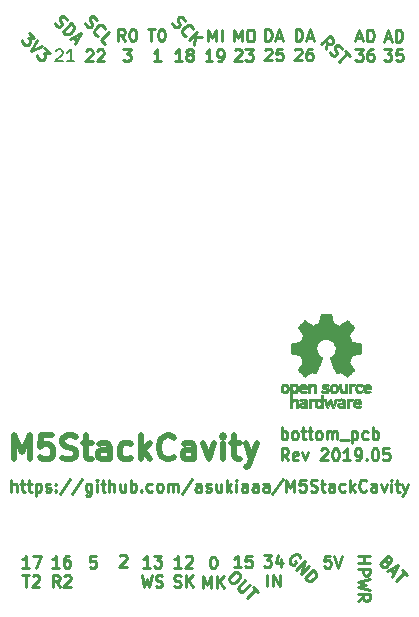
<source format=gbr>
G04 #@! TF.GenerationSoftware,KiCad,Pcbnew,5.0.2-bee76a0~70~ubuntu18.04.1*
G04 #@! TF.CreationDate,2019-05-12T18:16:14+09:00*
G04 #@! TF.ProjectId,bottom_pcb,626f7474-6f6d-45f7-9063-622e6b696361,rev?*
G04 #@! TF.SameCoordinates,Original*
G04 #@! TF.FileFunction,Legend,Top*
G04 #@! TF.FilePolarity,Positive*
%FSLAX46Y46*%
G04 Gerber Fmt 4.6, Leading zero omitted, Abs format (unit mm)*
G04 Created by KiCad (PCBNEW 5.0.2-bee76a0~70~ubuntu18.04.1) date 2019年05月12日 18時16分14秒*
%MOMM*%
%LPD*%
G01*
G04 APERTURE LIST*
%ADD10C,0.250000*%
%ADD11C,0.500000*%
%ADD12C,0.200000*%
%ADD13C,0.010000*%
G04 APERTURE END LIST*
D10*
X130777171Y-86164680D02*
X130777171Y-85164680D01*
X130777171Y-85545633D02*
X130872409Y-85498014D01*
X131062885Y-85498014D01*
X131158123Y-85545633D01*
X131205742Y-85593252D01*
X131253361Y-85688490D01*
X131253361Y-85974204D01*
X131205742Y-86069442D01*
X131158123Y-86117061D01*
X131062885Y-86164680D01*
X130872409Y-86164680D01*
X130777171Y-86117061D01*
X131824790Y-86164680D02*
X131729552Y-86117061D01*
X131681933Y-86069442D01*
X131634314Y-85974204D01*
X131634314Y-85688490D01*
X131681933Y-85593252D01*
X131729552Y-85545633D01*
X131824790Y-85498014D01*
X131967647Y-85498014D01*
X132062885Y-85545633D01*
X132110504Y-85593252D01*
X132158123Y-85688490D01*
X132158123Y-85974204D01*
X132110504Y-86069442D01*
X132062885Y-86117061D01*
X131967647Y-86164680D01*
X131824790Y-86164680D01*
X132443838Y-85498014D02*
X132824790Y-85498014D01*
X132586695Y-85164680D02*
X132586695Y-86021823D01*
X132634314Y-86117061D01*
X132729552Y-86164680D01*
X132824790Y-86164680D01*
X133015266Y-85498014D02*
X133396219Y-85498014D01*
X133158123Y-85164680D02*
X133158123Y-86021823D01*
X133205742Y-86117061D01*
X133300980Y-86164680D01*
X133396219Y-86164680D01*
X133872409Y-86164680D02*
X133777171Y-86117061D01*
X133729552Y-86069442D01*
X133681933Y-85974204D01*
X133681933Y-85688490D01*
X133729552Y-85593252D01*
X133777171Y-85545633D01*
X133872409Y-85498014D01*
X134015266Y-85498014D01*
X134110504Y-85545633D01*
X134158123Y-85593252D01*
X134205742Y-85688490D01*
X134205742Y-85974204D01*
X134158123Y-86069442D01*
X134110504Y-86117061D01*
X134015266Y-86164680D01*
X133872409Y-86164680D01*
X134634314Y-86164680D02*
X134634314Y-85498014D01*
X134634314Y-85593252D02*
X134681933Y-85545633D01*
X134777171Y-85498014D01*
X134920028Y-85498014D01*
X135015266Y-85545633D01*
X135062885Y-85640871D01*
X135062885Y-86164680D01*
X135062885Y-85640871D02*
X135110504Y-85545633D01*
X135205742Y-85498014D01*
X135348600Y-85498014D01*
X135443838Y-85545633D01*
X135491457Y-85640871D01*
X135491457Y-86164680D01*
X135729552Y-86259919D02*
X136491457Y-86259919D01*
X136729552Y-85498014D02*
X136729552Y-86498014D01*
X136729552Y-85545633D02*
X136824790Y-85498014D01*
X137015266Y-85498014D01*
X137110504Y-85545633D01*
X137158123Y-85593252D01*
X137205742Y-85688490D01*
X137205742Y-85974204D01*
X137158123Y-86069442D01*
X137110504Y-86117061D01*
X137015266Y-86164680D01*
X136824790Y-86164680D01*
X136729552Y-86117061D01*
X138062885Y-86117061D02*
X137967647Y-86164680D01*
X137777171Y-86164680D01*
X137681933Y-86117061D01*
X137634314Y-86069442D01*
X137586695Y-85974204D01*
X137586695Y-85688490D01*
X137634314Y-85593252D01*
X137681933Y-85545633D01*
X137777171Y-85498014D01*
X137967647Y-85498014D01*
X138062885Y-85545633D01*
X138491457Y-86164680D02*
X138491457Y-85164680D01*
X138491457Y-85545633D02*
X138586695Y-85498014D01*
X138777171Y-85498014D01*
X138872409Y-85545633D01*
X138920028Y-85593252D01*
X138967647Y-85688490D01*
X138967647Y-85974204D01*
X138920028Y-86069442D01*
X138872409Y-86117061D01*
X138777171Y-86164680D01*
X138586695Y-86164680D01*
X138491457Y-86117061D01*
X129268956Y-95977460D02*
X129888003Y-95977460D01*
X129554670Y-96358413D01*
X129697527Y-96358413D01*
X129792765Y-96406032D01*
X129840384Y-96453651D01*
X129888003Y-96548889D01*
X129888003Y-96786984D01*
X129840384Y-96882222D01*
X129792765Y-96929841D01*
X129697527Y-96977460D01*
X129411813Y-96977460D01*
X129316575Y-96929841D01*
X129268956Y-96882222D01*
X130745146Y-96310794D02*
X130745146Y-96977460D01*
X130507051Y-95929841D02*
X130268956Y-96644127D01*
X130888003Y-96644127D01*
X129580070Y-98633540D02*
X129580070Y-97633540D01*
X130056260Y-98633540D02*
X130056260Y-97633540D01*
X130627689Y-98633540D01*
X130627689Y-97633540D01*
X124945780Y-96104460D02*
X125041019Y-96104460D01*
X125136257Y-96152080D01*
X125183876Y-96199699D01*
X125231495Y-96294937D01*
X125279114Y-96485413D01*
X125279114Y-96723508D01*
X125231495Y-96913984D01*
X125183876Y-97009222D01*
X125136257Y-97056841D01*
X125041019Y-97104460D01*
X124945780Y-97104460D01*
X124850542Y-97056841D01*
X124802923Y-97009222D01*
X124755304Y-96913984D01*
X124707685Y-96723508D01*
X124707685Y-96485413D01*
X124755304Y-96294937D01*
X124802923Y-96199699D01*
X124850542Y-96152080D01*
X124945780Y-96104460D01*
X124160066Y-98755460D02*
X124160066Y-97755460D01*
X124493400Y-98469746D01*
X124826733Y-97755460D01*
X124826733Y-98755460D01*
X125302923Y-98755460D02*
X125302923Y-97755460D01*
X125874352Y-98755460D02*
X125445780Y-98184032D01*
X125874352Y-97755460D02*
X125302923Y-98326889D01*
X127342923Y-97020640D02*
X126771495Y-97020640D01*
X127057209Y-97020640D02*
X127057209Y-96020640D01*
X126961971Y-96163498D01*
X126866733Y-96258736D01*
X126771495Y-96306355D01*
X128247685Y-96020640D02*
X127771495Y-96020640D01*
X127723876Y-96496831D01*
X127771495Y-96449212D01*
X127866733Y-96401593D01*
X128104828Y-96401593D01*
X128200066Y-96449212D01*
X128247685Y-96496831D01*
X128295304Y-96592069D01*
X128295304Y-96830164D01*
X128247685Y-96925402D01*
X128200066Y-96973021D01*
X128104828Y-97020640D01*
X127866733Y-97020640D01*
X127771495Y-96973021D01*
X127723876Y-96925402D01*
X127106838Y-97470368D02*
X127241525Y-97605055D01*
X127275197Y-97706070D01*
X127275197Y-97840757D01*
X127174181Y-98009116D01*
X126938479Y-98244818D01*
X126770120Y-98345833D01*
X126635433Y-98345833D01*
X126534418Y-98312161D01*
X126399731Y-98177474D01*
X126366059Y-98076459D01*
X126366059Y-97941772D01*
X126467075Y-97773413D01*
X126702777Y-97537711D01*
X126871136Y-97436696D01*
X127005823Y-97436696D01*
X127106838Y-97470368D01*
X127712929Y-98076459D02*
X127140510Y-98648879D01*
X127106838Y-98749894D01*
X127106838Y-98817238D01*
X127140510Y-98918253D01*
X127275197Y-99052940D01*
X127376212Y-99086612D01*
X127443555Y-99086612D01*
X127544571Y-99052940D01*
X128116990Y-98480520D01*
X128352693Y-98716222D02*
X128756754Y-99120283D01*
X127847616Y-99625360D02*
X128554723Y-98918253D01*
X122278163Y-97030800D02*
X121706735Y-97030800D01*
X121992449Y-97030800D02*
X121992449Y-96030800D01*
X121897211Y-96173658D01*
X121801973Y-96268896D01*
X121706735Y-96316515D01*
X122659116Y-96126039D02*
X122706735Y-96078420D01*
X122801973Y-96030800D01*
X123040068Y-96030800D01*
X123135306Y-96078420D01*
X123182925Y-96126039D01*
X123230544Y-96221277D01*
X123230544Y-96316515D01*
X123182925Y-96459372D01*
X122611497Y-97030800D01*
X123230544Y-97030800D01*
X119649263Y-97030800D02*
X119077835Y-97030800D01*
X119363549Y-97030800D02*
X119363549Y-96030800D01*
X119268311Y-96173658D01*
X119173073Y-96268896D01*
X119077835Y-96316515D01*
X119982597Y-96030800D02*
X120601644Y-96030800D01*
X120268311Y-96411753D01*
X120411168Y-96411753D01*
X120506406Y-96459372D01*
X120554025Y-96506991D01*
X120601644Y-96602229D01*
X120601644Y-96840324D01*
X120554025Y-96935562D01*
X120506406Y-96983181D01*
X120411168Y-97030800D01*
X120125454Y-97030800D01*
X120030216Y-96983181D01*
X119982597Y-96935562D01*
X118934978Y-97681800D02*
X119173073Y-98681800D01*
X119363549Y-97967515D01*
X119554025Y-98681800D01*
X119792120Y-97681800D01*
X120125454Y-98634181D02*
X120268311Y-98681800D01*
X120506406Y-98681800D01*
X120601644Y-98634181D01*
X120649263Y-98586562D01*
X120696882Y-98491324D01*
X120696882Y-98396086D01*
X120649263Y-98300848D01*
X120601644Y-98253229D01*
X120506406Y-98205610D01*
X120315930Y-98157991D01*
X120220692Y-98110372D01*
X120173073Y-98062753D01*
X120125454Y-97967515D01*
X120125454Y-97872277D01*
X120173073Y-97777039D01*
X120220692Y-97729420D01*
X120315930Y-97681800D01*
X120554025Y-97681800D01*
X120696882Y-97729420D01*
X121682925Y-98634181D02*
X121825782Y-98681800D01*
X122063878Y-98681800D01*
X122159116Y-98634181D01*
X122206735Y-98586562D01*
X122254354Y-98491324D01*
X122254354Y-98396086D01*
X122206735Y-98300848D01*
X122159116Y-98253229D01*
X122063878Y-98205610D01*
X121873401Y-98157991D01*
X121778163Y-98110372D01*
X121730544Y-98062753D01*
X121682925Y-97967515D01*
X121682925Y-97872277D01*
X121730544Y-97777039D01*
X121778163Y-97729420D01*
X121873401Y-97681800D01*
X122111497Y-97681800D01*
X122254354Y-97729420D01*
X122682925Y-98681800D02*
X122682925Y-97681800D01*
X123254354Y-98681800D02*
X122825782Y-98110372D01*
X123254354Y-97681800D02*
X122682925Y-98253229D01*
X137228319Y-96085257D02*
X138228319Y-96085257D01*
X137752128Y-96085257D02*
X137752128Y-96656685D01*
X137228319Y-96656685D02*
X138228319Y-96656685D01*
X137228319Y-97132876D02*
X138228319Y-97132876D01*
X138228319Y-97513828D01*
X138180700Y-97609066D01*
X138133080Y-97656685D01*
X138037842Y-97704304D01*
X137894985Y-97704304D01*
X137799747Y-97656685D01*
X137752128Y-97609066D01*
X137704509Y-97513828D01*
X137704509Y-97132876D01*
X138228319Y-98037638D02*
X137228319Y-98275733D01*
X137942604Y-98466209D01*
X137228319Y-98656685D01*
X138228319Y-98894780D01*
X137228319Y-99847161D02*
X137704509Y-99513828D01*
X137228319Y-99275733D02*
X138228319Y-99275733D01*
X138228319Y-99656685D01*
X138180700Y-99751923D01*
X138133080Y-99799542D01*
X138037842Y-99847161D01*
X137894985Y-99847161D01*
X137799747Y-99799542D01*
X137752128Y-99751923D01*
X137704509Y-99656685D01*
X137704509Y-99275733D01*
X131355009Y-87942680D02*
X131021676Y-87466490D01*
X130783580Y-87942680D02*
X130783580Y-86942680D01*
X131164533Y-86942680D01*
X131259771Y-86990300D01*
X131307390Y-87037919D01*
X131355009Y-87133157D01*
X131355009Y-87276014D01*
X131307390Y-87371252D01*
X131259771Y-87418871D01*
X131164533Y-87466490D01*
X130783580Y-87466490D01*
X132164533Y-87895061D02*
X132069295Y-87942680D01*
X131878819Y-87942680D01*
X131783580Y-87895061D01*
X131735961Y-87799823D01*
X131735961Y-87418871D01*
X131783580Y-87323633D01*
X131878819Y-87276014D01*
X132069295Y-87276014D01*
X132164533Y-87323633D01*
X132212152Y-87418871D01*
X132212152Y-87514109D01*
X131735961Y-87609347D01*
X132545485Y-87276014D02*
X132783580Y-87942680D01*
X133021676Y-87276014D01*
X134116914Y-87037919D02*
X134164533Y-86990300D01*
X134259771Y-86942680D01*
X134497866Y-86942680D01*
X134593104Y-86990300D01*
X134640723Y-87037919D01*
X134688342Y-87133157D01*
X134688342Y-87228395D01*
X134640723Y-87371252D01*
X134069295Y-87942680D01*
X134688342Y-87942680D01*
X135307390Y-86942680D02*
X135402628Y-86942680D01*
X135497866Y-86990300D01*
X135545485Y-87037919D01*
X135593104Y-87133157D01*
X135640723Y-87323633D01*
X135640723Y-87561728D01*
X135593104Y-87752204D01*
X135545485Y-87847442D01*
X135497866Y-87895061D01*
X135402628Y-87942680D01*
X135307390Y-87942680D01*
X135212152Y-87895061D01*
X135164533Y-87847442D01*
X135116914Y-87752204D01*
X135069295Y-87561728D01*
X135069295Y-87323633D01*
X135116914Y-87133157D01*
X135164533Y-87037919D01*
X135212152Y-86990300D01*
X135307390Y-86942680D01*
X136593104Y-87942680D02*
X136021676Y-87942680D01*
X136307390Y-87942680D02*
X136307390Y-86942680D01*
X136212152Y-87085538D01*
X136116914Y-87180776D01*
X136021676Y-87228395D01*
X137069295Y-87942680D02*
X137259771Y-87942680D01*
X137355009Y-87895061D01*
X137402628Y-87847442D01*
X137497866Y-87704585D01*
X137545485Y-87514109D01*
X137545485Y-87133157D01*
X137497866Y-87037919D01*
X137450247Y-86990300D01*
X137355009Y-86942680D01*
X137164533Y-86942680D01*
X137069295Y-86990300D01*
X137021676Y-87037919D01*
X136974057Y-87133157D01*
X136974057Y-87371252D01*
X137021676Y-87466490D01*
X137069295Y-87514109D01*
X137164533Y-87561728D01*
X137355009Y-87561728D01*
X137450247Y-87514109D01*
X137497866Y-87466490D01*
X137545485Y-87371252D01*
X137974057Y-87847442D02*
X138021676Y-87895061D01*
X137974057Y-87942680D01*
X137926438Y-87895061D01*
X137974057Y-87847442D01*
X137974057Y-87942680D01*
X138640723Y-86942680D02*
X138735961Y-86942680D01*
X138831200Y-86990300D01*
X138878819Y-87037919D01*
X138926438Y-87133157D01*
X138974057Y-87323633D01*
X138974057Y-87561728D01*
X138926438Y-87752204D01*
X138878819Y-87847442D01*
X138831200Y-87895061D01*
X138735961Y-87942680D01*
X138640723Y-87942680D01*
X138545485Y-87895061D01*
X138497866Y-87847442D01*
X138450247Y-87752204D01*
X138402628Y-87561728D01*
X138402628Y-87323633D01*
X138450247Y-87133157D01*
X138497866Y-87037919D01*
X138545485Y-86990300D01*
X138640723Y-86942680D01*
X139878819Y-86942680D02*
X139402628Y-86942680D01*
X139355009Y-87418871D01*
X139402628Y-87371252D01*
X139497866Y-87323633D01*
X139735961Y-87323633D01*
X139831200Y-87371252D01*
X139878819Y-87418871D01*
X139926438Y-87514109D01*
X139926438Y-87752204D01*
X139878819Y-87847442D01*
X139831200Y-87895061D01*
X139735961Y-87942680D01*
X139497866Y-87942680D01*
X139402628Y-87895061D01*
X139355009Y-87847442D01*
D11*
X108122723Y-87848961D02*
X108122723Y-85848961D01*
X108789390Y-87277533D01*
X109456057Y-85848961D01*
X109456057Y-87848961D01*
X111360819Y-85848961D02*
X110408438Y-85848961D01*
X110313200Y-86801342D01*
X110408438Y-86706104D01*
X110598914Y-86610866D01*
X111075104Y-86610866D01*
X111265580Y-86706104D01*
X111360819Y-86801342D01*
X111456057Y-86991819D01*
X111456057Y-87468009D01*
X111360819Y-87658485D01*
X111265580Y-87753723D01*
X111075104Y-87848961D01*
X110598914Y-87848961D01*
X110408438Y-87753723D01*
X110313200Y-87658485D01*
X112217961Y-87753723D02*
X112503676Y-87848961D01*
X112979866Y-87848961D01*
X113170342Y-87753723D01*
X113265580Y-87658485D01*
X113360819Y-87468009D01*
X113360819Y-87277533D01*
X113265580Y-87087057D01*
X113170342Y-86991819D01*
X112979866Y-86896580D01*
X112598914Y-86801342D01*
X112408438Y-86706104D01*
X112313200Y-86610866D01*
X112217961Y-86420390D01*
X112217961Y-86229914D01*
X112313200Y-86039438D01*
X112408438Y-85944200D01*
X112598914Y-85848961D01*
X113075104Y-85848961D01*
X113360819Y-85944200D01*
X113932247Y-86515628D02*
X114694152Y-86515628D01*
X114217961Y-85848961D02*
X114217961Y-87563247D01*
X114313200Y-87753723D01*
X114503676Y-87848961D01*
X114694152Y-87848961D01*
X116217961Y-87848961D02*
X116217961Y-86801342D01*
X116122723Y-86610866D01*
X115932247Y-86515628D01*
X115551295Y-86515628D01*
X115360819Y-86610866D01*
X116217961Y-87753723D02*
X116027485Y-87848961D01*
X115551295Y-87848961D01*
X115360819Y-87753723D01*
X115265580Y-87563247D01*
X115265580Y-87372771D01*
X115360819Y-87182295D01*
X115551295Y-87087057D01*
X116027485Y-87087057D01*
X116217961Y-86991819D01*
X118027485Y-87753723D02*
X117837009Y-87848961D01*
X117456057Y-87848961D01*
X117265580Y-87753723D01*
X117170342Y-87658485D01*
X117075104Y-87468009D01*
X117075104Y-86896580D01*
X117170342Y-86706104D01*
X117265580Y-86610866D01*
X117456057Y-86515628D01*
X117837009Y-86515628D01*
X118027485Y-86610866D01*
X118884628Y-87848961D02*
X118884628Y-85848961D01*
X119075104Y-87087057D02*
X119646533Y-87848961D01*
X119646533Y-86515628D02*
X118884628Y-87277533D01*
X121646533Y-87658485D02*
X121551295Y-87753723D01*
X121265580Y-87848961D01*
X121075104Y-87848961D01*
X120789390Y-87753723D01*
X120598914Y-87563247D01*
X120503676Y-87372771D01*
X120408438Y-86991819D01*
X120408438Y-86706104D01*
X120503676Y-86325152D01*
X120598914Y-86134676D01*
X120789390Y-85944200D01*
X121075104Y-85848961D01*
X121265580Y-85848961D01*
X121551295Y-85944200D01*
X121646533Y-86039438D01*
X123360819Y-87848961D02*
X123360819Y-86801342D01*
X123265580Y-86610866D01*
X123075104Y-86515628D01*
X122694152Y-86515628D01*
X122503676Y-86610866D01*
X123360819Y-87753723D02*
X123170342Y-87848961D01*
X122694152Y-87848961D01*
X122503676Y-87753723D01*
X122408438Y-87563247D01*
X122408438Y-87372771D01*
X122503676Y-87182295D01*
X122694152Y-87087057D01*
X123170342Y-87087057D01*
X123360819Y-86991819D01*
X124122723Y-86515628D02*
X124598914Y-87848961D01*
X125075104Y-86515628D01*
X125837009Y-87848961D02*
X125837009Y-86515628D01*
X125837009Y-85848961D02*
X125741771Y-85944200D01*
X125837009Y-86039438D01*
X125932247Y-85944200D01*
X125837009Y-85848961D01*
X125837009Y-86039438D01*
X126503676Y-86515628D02*
X127265580Y-86515628D01*
X126789390Y-85848961D02*
X126789390Y-87563247D01*
X126884628Y-87753723D01*
X127075104Y-87848961D01*
X127265580Y-87848961D01*
X127741771Y-86515628D02*
X128217961Y-87848961D01*
X128694152Y-86515628D02*
X128217961Y-87848961D01*
X128027485Y-88325152D01*
X127932247Y-88420390D01*
X127741771Y-88515628D01*
D10*
X107912404Y-90596980D02*
X107912404Y-89596980D01*
X108340976Y-90596980D02*
X108340976Y-90073171D01*
X108293357Y-89977933D01*
X108198119Y-89930314D01*
X108055261Y-89930314D01*
X107960023Y-89977933D01*
X107912404Y-90025552D01*
X108674309Y-89930314D02*
X109055261Y-89930314D01*
X108817166Y-89596980D02*
X108817166Y-90454123D01*
X108864785Y-90549361D01*
X108960023Y-90596980D01*
X109055261Y-90596980D01*
X109245738Y-89930314D02*
X109626690Y-89930314D01*
X109388595Y-89596980D02*
X109388595Y-90454123D01*
X109436214Y-90549361D01*
X109531452Y-90596980D01*
X109626690Y-90596980D01*
X109960023Y-89930314D02*
X109960023Y-90930314D01*
X109960023Y-89977933D02*
X110055261Y-89930314D01*
X110245738Y-89930314D01*
X110340976Y-89977933D01*
X110388595Y-90025552D01*
X110436214Y-90120790D01*
X110436214Y-90406504D01*
X110388595Y-90501742D01*
X110340976Y-90549361D01*
X110245738Y-90596980D01*
X110055261Y-90596980D01*
X109960023Y-90549361D01*
X110817166Y-90549361D02*
X110912404Y-90596980D01*
X111102880Y-90596980D01*
X111198119Y-90549361D01*
X111245738Y-90454123D01*
X111245738Y-90406504D01*
X111198119Y-90311266D01*
X111102880Y-90263647D01*
X110960023Y-90263647D01*
X110864785Y-90216028D01*
X110817166Y-90120790D01*
X110817166Y-90073171D01*
X110864785Y-89977933D01*
X110960023Y-89930314D01*
X111102880Y-89930314D01*
X111198119Y-89977933D01*
X111674309Y-90501742D02*
X111721928Y-90549361D01*
X111674309Y-90596980D01*
X111626690Y-90549361D01*
X111674309Y-90501742D01*
X111674309Y-90596980D01*
X111674309Y-89977933D02*
X111721928Y-90025552D01*
X111674309Y-90073171D01*
X111626690Y-90025552D01*
X111674309Y-89977933D01*
X111674309Y-90073171D01*
X112864785Y-89549361D02*
X112007642Y-90835076D01*
X113912404Y-89549361D02*
X113055261Y-90835076D01*
X114674309Y-89930314D02*
X114674309Y-90739838D01*
X114626690Y-90835076D01*
X114579071Y-90882695D01*
X114483833Y-90930314D01*
X114340976Y-90930314D01*
X114245738Y-90882695D01*
X114674309Y-90549361D02*
X114579071Y-90596980D01*
X114388595Y-90596980D01*
X114293357Y-90549361D01*
X114245738Y-90501742D01*
X114198119Y-90406504D01*
X114198119Y-90120790D01*
X114245738Y-90025552D01*
X114293357Y-89977933D01*
X114388595Y-89930314D01*
X114579071Y-89930314D01*
X114674309Y-89977933D01*
X115150500Y-90596980D02*
X115150500Y-89930314D01*
X115150500Y-89596980D02*
X115102880Y-89644600D01*
X115150500Y-89692219D01*
X115198119Y-89644600D01*
X115150500Y-89596980D01*
X115150500Y-89692219D01*
X115483833Y-89930314D02*
X115864785Y-89930314D01*
X115626690Y-89596980D02*
X115626690Y-90454123D01*
X115674309Y-90549361D01*
X115769547Y-90596980D01*
X115864785Y-90596980D01*
X116198119Y-90596980D02*
X116198119Y-89596980D01*
X116626690Y-90596980D02*
X116626690Y-90073171D01*
X116579071Y-89977933D01*
X116483833Y-89930314D01*
X116340976Y-89930314D01*
X116245738Y-89977933D01*
X116198119Y-90025552D01*
X117531452Y-89930314D02*
X117531452Y-90596980D01*
X117102880Y-89930314D02*
X117102880Y-90454123D01*
X117150500Y-90549361D01*
X117245738Y-90596980D01*
X117388595Y-90596980D01*
X117483833Y-90549361D01*
X117531452Y-90501742D01*
X118007642Y-90596980D02*
X118007642Y-89596980D01*
X118007642Y-89977933D02*
X118102880Y-89930314D01*
X118293357Y-89930314D01*
X118388595Y-89977933D01*
X118436214Y-90025552D01*
X118483833Y-90120790D01*
X118483833Y-90406504D01*
X118436214Y-90501742D01*
X118388595Y-90549361D01*
X118293357Y-90596980D01*
X118102880Y-90596980D01*
X118007642Y-90549361D01*
X118912404Y-90501742D02*
X118960023Y-90549361D01*
X118912404Y-90596980D01*
X118864785Y-90549361D01*
X118912404Y-90501742D01*
X118912404Y-90596980D01*
X119817166Y-90549361D02*
X119721928Y-90596980D01*
X119531452Y-90596980D01*
X119436214Y-90549361D01*
X119388595Y-90501742D01*
X119340976Y-90406504D01*
X119340976Y-90120790D01*
X119388595Y-90025552D01*
X119436214Y-89977933D01*
X119531452Y-89930314D01*
X119721928Y-89930314D01*
X119817166Y-89977933D01*
X120388595Y-90596980D02*
X120293357Y-90549361D01*
X120245738Y-90501742D01*
X120198119Y-90406504D01*
X120198119Y-90120790D01*
X120245738Y-90025552D01*
X120293357Y-89977933D01*
X120388595Y-89930314D01*
X120531452Y-89930314D01*
X120626690Y-89977933D01*
X120674309Y-90025552D01*
X120721928Y-90120790D01*
X120721928Y-90406504D01*
X120674309Y-90501742D01*
X120626690Y-90549361D01*
X120531452Y-90596980D01*
X120388595Y-90596980D01*
X121150500Y-90596980D02*
X121150500Y-89930314D01*
X121150500Y-90025552D02*
X121198119Y-89977933D01*
X121293357Y-89930314D01*
X121436214Y-89930314D01*
X121531452Y-89977933D01*
X121579071Y-90073171D01*
X121579071Y-90596980D01*
X121579071Y-90073171D02*
X121626690Y-89977933D01*
X121721928Y-89930314D01*
X121864785Y-89930314D01*
X121960023Y-89977933D01*
X122007642Y-90073171D01*
X122007642Y-90596980D01*
X123198119Y-89549361D02*
X122340976Y-90835076D01*
X123960023Y-90596980D02*
X123960023Y-90073171D01*
X123912404Y-89977933D01*
X123817166Y-89930314D01*
X123626690Y-89930314D01*
X123531452Y-89977933D01*
X123960023Y-90549361D02*
X123864785Y-90596980D01*
X123626690Y-90596980D01*
X123531452Y-90549361D01*
X123483833Y-90454123D01*
X123483833Y-90358885D01*
X123531452Y-90263647D01*
X123626690Y-90216028D01*
X123864785Y-90216028D01*
X123960023Y-90168409D01*
X124388595Y-90549361D02*
X124483833Y-90596980D01*
X124674309Y-90596980D01*
X124769547Y-90549361D01*
X124817166Y-90454123D01*
X124817166Y-90406504D01*
X124769547Y-90311266D01*
X124674309Y-90263647D01*
X124531452Y-90263647D01*
X124436214Y-90216028D01*
X124388595Y-90120790D01*
X124388595Y-90073171D01*
X124436214Y-89977933D01*
X124531452Y-89930314D01*
X124674309Y-89930314D01*
X124769547Y-89977933D01*
X125674309Y-89930314D02*
X125674309Y-90596980D01*
X125245738Y-89930314D02*
X125245738Y-90454123D01*
X125293357Y-90549361D01*
X125388595Y-90596980D01*
X125531452Y-90596980D01*
X125626690Y-90549361D01*
X125674309Y-90501742D01*
X126150500Y-90596980D02*
X126150500Y-89596980D01*
X126245738Y-90216028D02*
X126531452Y-90596980D01*
X126531452Y-89930314D02*
X126150500Y-90311266D01*
X126960023Y-90596980D02*
X126960023Y-89930314D01*
X126960023Y-89596980D02*
X126912404Y-89644600D01*
X126960023Y-89692219D01*
X127007642Y-89644600D01*
X126960023Y-89596980D01*
X126960023Y-89692219D01*
X127864785Y-90596980D02*
X127864785Y-90073171D01*
X127817166Y-89977933D01*
X127721928Y-89930314D01*
X127531452Y-89930314D01*
X127436214Y-89977933D01*
X127864785Y-90549361D02*
X127769547Y-90596980D01*
X127531452Y-90596980D01*
X127436214Y-90549361D01*
X127388595Y-90454123D01*
X127388595Y-90358885D01*
X127436214Y-90263647D01*
X127531452Y-90216028D01*
X127769547Y-90216028D01*
X127864785Y-90168409D01*
X128769547Y-90596980D02*
X128769547Y-90073171D01*
X128721928Y-89977933D01*
X128626690Y-89930314D01*
X128436214Y-89930314D01*
X128340976Y-89977933D01*
X128769547Y-90549361D02*
X128674309Y-90596980D01*
X128436214Y-90596980D01*
X128340976Y-90549361D01*
X128293357Y-90454123D01*
X128293357Y-90358885D01*
X128340976Y-90263647D01*
X128436214Y-90216028D01*
X128674309Y-90216028D01*
X128769547Y-90168409D01*
X129674309Y-90596980D02*
X129674309Y-90073171D01*
X129626690Y-89977933D01*
X129531452Y-89930314D01*
X129340976Y-89930314D01*
X129245738Y-89977933D01*
X129674309Y-90549361D02*
X129579071Y-90596980D01*
X129340976Y-90596980D01*
X129245738Y-90549361D01*
X129198119Y-90454123D01*
X129198119Y-90358885D01*
X129245738Y-90263647D01*
X129340976Y-90216028D01*
X129579071Y-90216028D01*
X129674309Y-90168409D01*
X130864785Y-89549361D02*
X130007642Y-90835076D01*
X131198119Y-90596980D02*
X131198119Y-89596980D01*
X131531452Y-90311266D01*
X131864785Y-89596980D01*
X131864785Y-90596980D01*
X132817166Y-89596980D02*
X132340976Y-89596980D01*
X132293357Y-90073171D01*
X132340976Y-90025552D01*
X132436214Y-89977933D01*
X132674309Y-89977933D01*
X132769547Y-90025552D01*
X132817166Y-90073171D01*
X132864785Y-90168409D01*
X132864785Y-90406504D01*
X132817166Y-90501742D01*
X132769547Y-90549361D01*
X132674309Y-90596980D01*
X132436214Y-90596980D01*
X132340976Y-90549361D01*
X132293357Y-90501742D01*
X133245738Y-90549361D02*
X133388595Y-90596980D01*
X133626690Y-90596980D01*
X133721928Y-90549361D01*
X133769547Y-90501742D01*
X133817166Y-90406504D01*
X133817166Y-90311266D01*
X133769547Y-90216028D01*
X133721928Y-90168409D01*
X133626690Y-90120790D01*
X133436214Y-90073171D01*
X133340976Y-90025552D01*
X133293357Y-89977933D01*
X133245738Y-89882695D01*
X133245738Y-89787457D01*
X133293357Y-89692219D01*
X133340976Y-89644600D01*
X133436214Y-89596980D01*
X133674309Y-89596980D01*
X133817166Y-89644600D01*
X134102880Y-89930314D02*
X134483833Y-89930314D01*
X134245738Y-89596980D02*
X134245738Y-90454123D01*
X134293357Y-90549361D01*
X134388595Y-90596980D01*
X134483833Y-90596980D01*
X135245738Y-90596980D02*
X135245738Y-90073171D01*
X135198119Y-89977933D01*
X135102880Y-89930314D01*
X134912404Y-89930314D01*
X134817166Y-89977933D01*
X135245738Y-90549361D02*
X135150500Y-90596980D01*
X134912404Y-90596980D01*
X134817166Y-90549361D01*
X134769547Y-90454123D01*
X134769547Y-90358885D01*
X134817166Y-90263647D01*
X134912404Y-90216028D01*
X135150500Y-90216028D01*
X135245738Y-90168409D01*
X136150500Y-90549361D02*
X136055261Y-90596980D01*
X135864785Y-90596980D01*
X135769547Y-90549361D01*
X135721928Y-90501742D01*
X135674309Y-90406504D01*
X135674309Y-90120790D01*
X135721928Y-90025552D01*
X135769547Y-89977933D01*
X135864785Y-89930314D01*
X136055261Y-89930314D01*
X136150500Y-89977933D01*
X136579071Y-90596980D02*
X136579071Y-89596980D01*
X136674309Y-90216028D02*
X136960023Y-90596980D01*
X136960023Y-89930314D02*
X136579071Y-90311266D01*
X137960023Y-90501742D02*
X137912404Y-90549361D01*
X137769547Y-90596980D01*
X137674309Y-90596980D01*
X137531452Y-90549361D01*
X137436214Y-90454123D01*
X137388595Y-90358885D01*
X137340976Y-90168409D01*
X137340976Y-90025552D01*
X137388595Y-89835076D01*
X137436214Y-89739838D01*
X137531452Y-89644600D01*
X137674309Y-89596980D01*
X137769547Y-89596980D01*
X137912404Y-89644600D01*
X137960023Y-89692219D01*
X138817166Y-90596980D02*
X138817166Y-90073171D01*
X138769547Y-89977933D01*
X138674309Y-89930314D01*
X138483833Y-89930314D01*
X138388595Y-89977933D01*
X138817166Y-90549361D02*
X138721928Y-90596980D01*
X138483833Y-90596980D01*
X138388595Y-90549361D01*
X138340976Y-90454123D01*
X138340976Y-90358885D01*
X138388595Y-90263647D01*
X138483833Y-90216028D01*
X138721928Y-90216028D01*
X138817166Y-90168409D01*
X139198119Y-89930314D02*
X139436214Y-90596980D01*
X139674309Y-89930314D01*
X140055261Y-90596980D02*
X140055261Y-89930314D01*
X140055261Y-89596980D02*
X140007642Y-89644600D01*
X140055261Y-89692219D01*
X140102880Y-89644600D01*
X140055261Y-89596980D01*
X140055261Y-89692219D01*
X140388595Y-89930314D02*
X140769547Y-89930314D01*
X140531452Y-89596980D02*
X140531452Y-90454123D01*
X140579071Y-90549361D01*
X140674309Y-90596980D01*
X140769547Y-90596980D01*
X141007642Y-89930314D02*
X141245738Y-90596980D01*
X141483833Y-89930314D02*
X141245738Y-90596980D01*
X141150500Y-90835076D01*
X141102880Y-90882695D01*
X141007642Y-90930314D01*
X117524233Y-52446180D02*
X117190900Y-51969990D01*
X116952804Y-52446180D02*
X116952804Y-51446180D01*
X117333757Y-51446180D01*
X117428995Y-51493800D01*
X117476614Y-51541419D01*
X117524233Y-51636657D01*
X117524233Y-51779514D01*
X117476614Y-51874752D01*
X117428995Y-51922371D01*
X117333757Y-51969990D01*
X116952804Y-51969990D01*
X118143280Y-51446180D02*
X118238519Y-51446180D01*
X118333757Y-51493800D01*
X118381376Y-51541419D01*
X118428995Y-51636657D01*
X118476614Y-51827133D01*
X118476614Y-52065228D01*
X118428995Y-52255704D01*
X118381376Y-52350942D01*
X118333757Y-52398561D01*
X118238519Y-52446180D01*
X118143280Y-52446180D01*
X118048042Y-52398561D01*
X118000423Y-52350942D01*
X117952804Y-52255704D01*
X117905185Y-52065228D01*
X117905185Y-51827133D01*
X117952804Y-51636657D01*
X118000423Y-51541419D01*
X118048042Y-51493800D01*
X118143280Y-51446180D01*
X119468995Y-51446180D02*
X120040423Y-51446180D01*
X119754709Y-52446180D02*
X119754709Y-51446180D01*
X120564233Y-51446180D02*
X120659471Y-51446180D01*
X120754709Y-51493800D01*
X120802328Y-51541419D01*
X120849947Y-51636657D01*
X120897566Y-51827133D01*
X120897566Y-52065228D01*
X120849947Y-52255704D01*
X120802328Y-52350942D01*
X120754709Y-52398561D01*
X120659471Y-52446180D01*
X120564233Y-52446180D01*
X120468995Y-52398561D01*
X120421376Y-52350942D01*
X120373757Y-52255704D01*
X120326138Y-52065228D01*
X120326138Y-51827133D01*
X120373757Y-51636657D01*
X120421376Y-51541419D01*
X120468995Y-51493800D01*
X120564233Y-51446180D01*
X111979413Y-98686880D02*
X111646080Y-98210690D01*
X111407984Y-98686880D02*
X111407984Y-97686880D01*
X111788937Y-97686880D01*
X111884175Y-97734500D01*
X111931794Y-97782119D01*
X111979413Y-97877357D01*
X111979413Y-98020214D01*
X111931794Y-98115452D01*
X111884175Y-98163071D01*
X111788937Y-98210690D01*
X111407984Y-98210690D01*
X112360365Y-97782119D02*
X112407984Y-97734500D01*
X112503222Y-97686880D01*
X112741318Y-97686880D01*
X112836556Y-97734500D01*
X112884175Y-97782119D01*
X112931794Y-97877357D01*
X112931794Y-97972595D01*
X112884175Y-98115452D01*
X112312746Y-98686880D01*
X112931794Y-98686880D01*
X108844175Y-97686880D02*
X109415603Y-97686880D01*
X109129889Y-98686880D02*
X109129889Y-97686880D01*
X109701318Y-97782119D02*
X109748937Y-97734500D01*
X109844175Y-97686880D01*
X110082270Y-97686880D01*
X110177508Y-97734500D01*
X110225127Y-97782119D01*
X110272746Y-97877357D01*
X110272746Y-97972595D01*
X110225127Y-98115452D01*
X109653699Y-98686880D01*
X110272746Y-98686880D01*
X129395623Y-52446180D02*
X129395623Y-51446180D01*
X129633719Y-51446180D01*
X129776576Y-51493800D01*
X129871814Y-51589038D01*
X129919433Y-51684276D01*
X129967052Y-51874752D01*
X129967052Y-52017609D01*
X129919433Y-52208085D01*
X129871814Y-52303323D01*
X129776576Y-52398561D01*
X129633719Y-52446180D01*
X129395623Y-52446180D01*
X130348004Y-52160466D02*
X130824195Y-52160466D01*
X130252766Y-52446180D02*
X130586100Y-51446180D01*
X130919433Y-52446180D01*
X131981343Y-52446180D02*
X131981343Y-51446180D01*
X132219439Y-51446180D01*
X132362296Y-51493800D01*
X132457534Y-51589038D01*
X132505153Y-51684276D01*
X132552772Y-51874752D01*
X132552772Y-52017609D01*
X132505153Y-52208085D01*
X132457534Y-52303323D01*
X132362296Y-52398561D01*
X132219439Y-52446180D01*
X131981343Y-52446180D01*
X132933724Y-52160466D02*
X133409915Y-52160466D01*
X132838486Y-52446180D02*
X133171820Y-51446180D01*
X133505153Y-52446180D01*
X139538484Y-52206186D02*
X140014675Y-52206186D01*
X139443246Y-52491900D02*
X139776580Y-51491900D01*
X140109913Y-52491900D01*
X140443246Y-52491900D02*
X140443246Y-51491900D01*
X140681341Y-51491900D01*
X140824199Y-51539520D01*
X140919437Y-51634758D01*
X140967056Y-51729996D01*
X141014675Y-51920472D01*
X141014675Y-52063329D01*
X140967056Y-52253805D01*
X140919437Y-52349043D01*
X140824199Y-52444281D01*
X140681341Y-52491900D01*
X140443246Y-52491900D01*
X137110244Y-52201106D02*
X137586435Y-52201106D01*
X137015006Y-52486820D02*
X137348340Y-51486820D01*
X137681673Y-52486820D01*
X138015006Y-52486820D02*
X138015006Y-51486820D01*
X138253101Y-51486820D01*
X138395959Y-51534440D01*
X138491197Y-51629678D01*
X138538816Y-51724916D01*
X138586435Y-51915392D01*
X138586435Y-52058249D01*
X138538816Y-52248725D01*
X138491197Y-52343963D01*
X138395959Y-52439201D01*
X138253101Y-52486820D01*
X138015006Y-52486820D01*
X121545072Y-50949232D02*
X121612416Y-51083919D01*
X121780775Y-51252278D01*
X121881790Y-51285950D01*
X121949133Y-51285950D01*
X122050149Y-51252278D01*
X122117492Y-51184934D01*
X122151164Y-51083919D01*
X122151164Y-51016576D01*
X122117492Y-50915560D01*
X122016477Y-50747202D01*
X121982805Y-50646186D01*
X121982805Y-50578843D01*
X122016477Y-50477828D01*
X122083820Y-50410484D01*
X122184836Y-50376812D01*
X122252179Y-50376812D01*
X122353194Y-50410484D01*
X122521553Y-50578843D01*
X122588897Y-50713530D01*
X122689912Y-52026728D02*
X122622568Y-52026728D01*
X122487881Y-51959385D01*
X122420538Y-51892041D01*
X122353194Y-51757354D01*
X122353194Y-51622667D01*
X122386866Y-51521652D01*
X122487881Y-51353293D01*
X122588897Y-51252278D01*
X122757255Y-51151263D01*
X122858271Y-51117591D01*
X122992958Y-51117591D01*
X123127645Y-51184934D01*
X123194988Y-51252278D01*
X123262332Y-51386965D01*
X123262332Y-51454308D01*
X122925614Y-52397117D02*
X123632721Y-51690011D01*
X123329675Y-52801178D02*
X123430690Y-52094072D01*
X124036782Y-52094072D02*
X123228660Y-52094072D01*
X122346743Y-54137820D02*
X121775315Y-54137820D01*
X122061029Y-54137820D02*
X122061029Y-53137820D01*
X121965791Y-53280678D01*
X121870553Y-53375916D01*
X121775315Y-53423535D01*
X122918172Y-53566392D02*
X122822934Y-53518773D01*
X122775315Y-53471154D01*
X122727696Y-53375916D01*
X122727696Y-53328297D01*
X122775315Y-53233059D01*
X122822934Y-53185440D01*
X122918172Y-53137820D01*
X123108648Y-53137820D01*
X123203886Y-53185440D01*
X123251505Y-53233059D01*
X123299124Y-53328297D01*
X123299124Y-53375916D01*
X123251505Y-53471154D01*
X123203886Y-53518773D01*
X123108648Y-53566392D01*
X122918172Y-53566392D01*
X122822934Y-53614011D01*
X122775315Y-53661630D01*
X122727696Y-53756868D01*
X122727696Y-53947344D01*
X122775315Y-54042582D01*
X122822934Y-54090201D01*
X122918172Y-54137820D01*
X123108648Y-54137820D01*
X123203886Y-54090201D01*
X123251505Y-54042582D01*
X123299124Y-53947344D01*
X123299124Y-53756868D01*
X123251505Y-53661630D01*
X123203886Y-53614011D01*
X123108648Y-53566392D01*
X126724517Y-52486820D02*
X126724517Y-51486820D01*
X127057850Y-52201106D01*
X127391183Y-51486820D01*
X127391183Y-52486820D01*
X128057850Y-51486820D02*
X128248326Y-51486820D01*
X128343564Y-51534440D01*
X128438802Y-51629678D01*
X128486421Y-51820154D01*
X128486421Y-52153487D01*
X128438802Y-52343963D01*
X128343564Y-52439201D01*
X128248326Y-52486820D01*
X128057850Y-52486820D01*
X127962612Y-52439201D01*
X127867374Y-52343963D01*
X127819755Y-52153487D01*
X127819755Y-51820154D01*
X127867374Y-51629678D01*
X127962612Y-51534440D01*
X128057850Y-51486820D01*
X124927383Y-54168300D02*
X124355955Y-54168300D01*
X124641669Y-54168300D02*
X124641669Y-53168300D01*
X124546431Y-53311158D01*
X124451193Y-53406396D01*
X124355955Y-53454015D01*
X125403574Y-54168300D02*
X125594050Y-54168300D01*
X125689288Y-54120681D01*
X125736907Y-54073062D01*
X125832145Y-53930205D01*
X125879764Y-53739729D01*
X125879764Y-53358777D01*
X125832145Y-53263539D01*
X125784526Y-53215920D01*
X125689288Y-53168300D01*
X125498812Y-53168300D01*
X125403574Y-53215920D01*
X125355955Y-53263539D01*
X125308336Y-53358777D01*
X125308336Y-53596872D01*
X125355955Y-53692110D01*
X125403574Y-53739729D01*
X125498812Y-53787348D01*
X125689288Y-53787348D01*
X125784526Y-53739729D01*
X125832145Y-53692110D01*
X125879764Y-53596872D01*
X126819755Y-53233059D02*
X126867374Y-53185440D01*
X126962612Y-53137820D01*
X127200707Y-53137820D01*
X127295945Y-53185440D01*
X127343564Y-53233059D01*
X127391183Y-53328297D01*
X127391183Y-53423535D01*
X127343564Y-53566392D01*
X126772136Y-54137820D01*
X127391183Y-54137820D01*
X127724517Y-53137820D02*
X128343564Y-53137820D01*
X128010231Y-53518773D01*
X128153088Y-53518773D01*
X128248326Y-53566392D01*
X128295945Y-53614011D01*
X128343564Y-53709249D01*
X128343564Y-53947344D01*
X128295945Y-54042582D01*
X128248326Y-54090201D01*
X128153088Y-54137820D01*
X127867374Y-54137820D01*
X127772136Y-54090201D01*
X127724517Y-54042582D01*
X124571831Y-52486820D02*
X124571831Y-51486820D01*
X124905164Y-52201106D01*
X125238498Y-51486820D01*
X125238498Y-52486820D01*
X125714688Y-52486820D02*
X125714688Y-51486820D01*
X114119416Y-50930216D02*
X114186759Y-51064903D01*
X114355118Y-51233261D01*
X114456133Y-51266933D01*
X114523477Y-51266933D01*
X114624492Y-51233261D01*
X114691836Y-51165918D01*
X114725507Y-51064903D01*
X114725507Y-50997559D01*
X114691836Y-50896544D01*
X114590820Y-50728185D01*
X114557149Y-50627170D01*
X114557149Y-50559826D01*
X114590820Y-50458811D01*
X114658164Y-50391468D01*
X114759179Y-50357796D01*
X114826523Y-50357796D01*
X114927538Y-50391468D01*
X115095897Y-50559826D01*
X115163240Y-50694513D01*
X115264255Y-52007712D02*
X115196912Y-52007712D01*
X115062225Y-51940368D01*
X114994881Y-51873025D01*
X114927538Y-51738338D01*
X114927538Y-51603651D01*
X114961210Y-51502635D01*
X115062225Y-51334277D01*
X115163240Y-51233261D01*
X115331599Y-51132246D01*
X115432614Y-51098574D01*
X115567301Y-51098574D01*
X115701988Y-51165918D01*
X115769332Y-51233261D01*
X115836675Y-51367948D01*
X115836675Y-51435292D01*
X115836675Y-52714818D02*
X115499958Y-52378101D01*
X116207064Y-51670994D01*
X111562580Y-50913380D02*
X111629923Y-51048067D01*
X111798282Y-51216425D01*
X111899297Y-51250097D01*
X111966641Y-51250097D01*
X112067656Y-51216425D01*
X112135000Y-51149082D01*
X112168671Y-51048067D01*
X112168671Y-50980723D01*
X112135000Y-50879708D01*
X112033984Y-50711349D01*
X112000313Y-50610334D01*
X112000313Y-50542990D01*
X112033984Y-50441975D01*
X112101328Y-50374632D01*
X112202343Y-50340960D01*
X112269687Y-50340960D01*
X112370702Y-50374632D01*
X112539061Y-50542990D01*
X112606404Y-50677677D01*
X112236015Y-51654158D02*
X112943122Y-50947051D01*
X113111481Y-51115410D01*
X113178824Y-51250097D01*
X113178824Y-51384784D01*
X113145152Y-51485800D01*
X113044137Y-51654158D01*
X112943122Y-51755174D01*
X112774763Y-51856189D01*
X112673748Y-51889861D01*
X112539061Y-51889861D01*
X112404374Y-51822517D01*
X112236015Y-51654158D01*
X113111481Y-52125563D02*
X113448198Y-52462280D01*
X112842107Y-52260250D02*
X113784916Y-51788845D01*
X113313511Y-52731654D01*
X114221355Y-53258459D02*
X114268974Y-53210840D01*
X114364212Y-53163220D01*
X114602307Y-53163220D01*
X114697545Y-53210840D01*
X114745164Y-53258459D01*
X114792783Y-53353697D01*
X114792783Y-53448935D01*
X114745164Y-53591792D01*
X114173736Y-54163220D01*
X114792783Y-54163220D01*
X115173736Y-53258459D02*
X115221355Y-53210840D01*
X115316593Y-53163220D01*
X115554688Y-53163220D01*
X115649926Y-53210840D01*
X115697545Y-53258459D01*
X115745164Y-53353697D01*
X115745164Y-53448935D01*
X115697545Y-53591792D01*
X115126117Y-54163220D01*
X115745164Y-54163220D01*
X132364705Y-96186498D02*
X132331033Y-96085483D01*
X132230018Y-95984468D01*
X132095331Y-95917124D01*
X131960644Y-95917124D01*
X131859629Y-95950796D01*
X131691270Y-96051811D01*
X131590255Y-96152826D01*
X131489239Y-96321185D01*
X131455568Y-96422200D01*
X131455568Y-96556887D01*
X131522911Y-96691574D01*
X131590255Y-96758918D01*
X131724942Y-96826261D01*
X131792285Y-96826261D01*
X132027987Y-96590559D01*
X131893300Y-96455872D01*
X132027987Y-97196651D02*
X132735094Y-96489544D01*
X132432048Y-97600712D01*
X133139155Y-96893605D01*
X132768766Y-97937429D02*
X133475873Y-97230322D01*
X133644231Y-97398681D01*
X133711575Y-97533368D01*
X133711575Y-97668055D01*
X133677903Y-97769070D01*
X133576888Y-97937429D01*
X133475873Y-98038444D01*
X133307514Y-98139460D01*
X133206499Y-98173131D01*
X133071812Y-98173131D01*
X132937125Y-98105788D01*
X132768766Y-97937429D01*
D12*
X111681355Y-53258459D02*
X111728974Y-53210840D01*
X111824212Y-53163220D01*
X112062307Y-53163220D01*
X112157545Y-53210840D01*
X112205164Y-53258459D01*
X112252783Y-53353697D01*
X112252783Y-53448935D01*
X112205164Y-53591792D01*
X111633736Y-54163220D01*
X112252783Y-54163220D01*
X113205164Y-54163220D02*
X112633736Y-54163220D01*
X112919450Y-54163220D02*
X112919450Y-53163220D01*
X112824212Y-53306078D01*
X112728974Y-53401316D01*
X112633736Y-53448935D01*
D10*
X137038816Y-53137820D02*
X137657863Y-53137820D01*
X137324530Y-53518773D01*
X137467387Y-53518773D01*
X137562625Y-53566392D01*
X137610244Y-53614011D01*
X137657863Y-53709249D01*
X137657863Y-53947344D01*
X137610244Y-54042582D01*
X137562625Y-54090201D01*
X137467387Y-54137820D01*
X137181673Y-54137820D01*
X137086435Y-54090201D01*
X137038816Y-54042582D01*
X138515006Y-53137820D02*
X138324530Y-53137820D01*
X138229292Y-53185440D01*
X138181673Y-53233059D01*
X138086435Y-53375916D01*
X138038816Y-53566392D01*
X138038816Y-53947344D01*
X138086435Y-54042582D01*
X138134054Y-54090201D01*
X138229292Y-54137820D01*
X138419768Y-54137820D01*
X138515006Y-54090201D01*
X138562625Y-54042582D01*
X138610244Y-53947344D01*
X138610244Y-53709249D01*
X138562625Y-53614011D01*
X138515006Y-53566392D01*
X138419768Y-53518773D01*
X138229292Y-53518773D01*
X138134054Y-53566392D01*
X138086435Y-53614011D01*
X138038816Y-53709249D01*
X109420099Y-51747109D02*
X109857832Y-52184842D01*
X109352756Y-52218513D01*
X109453771Y-52319529D01*
X109487443Y-52420544D01*
X109487443Y-52487887D01*
X109453771Y-52588903D01*
X109285412Y-52757261D01*
X109184397Y-52790933D01*
X109117053Y-52790933D01*
X109016038Y-52757261D01*
X108814008Y-52555231D01*
X108780336Y-52454216D01*
X108780336Y-52386872D01*
X110059862Y-52386872D02*
X109588458Y-53329681D01*
X110531267Y-52858277D01*
X110699626Y-53026635D02*
X111137358Y-53464368D01*
X110632282Y-53498040D01*
X110733297Y-53599055D01*
X110766969Y-53700070D01*
X110766969Y-53767414D01*
X110733297Y-53868429D01*
X110564939Y-54036788D01*
X110463923Y-54070460D01*
X110396580Y-54070460D01*
X110295565Y-54036788D01*
X110093534Y-53834757D01*
X110059862Y-53733742D01*
X110059862Y-53666399D01*
X139467056Y-53142900D02*
X140086103Y-53142900D01*
X139752770Y-53523853D01*
X139895627Y-53523853D01*
X139990865Y-53571472D01*
X140038484Y-53619091D01*
X140086103Y-53714329D01*
X140086103Y-53952424D01*
X140038484Y-54047662D01*
X139990865Y-54095281D01*
X139895627Y-54142900D01*
X139609913Y-54142900D01*
X139514675Y-54095281D01*
X139467056Y-54047662D01*
X140990865Y-53142900D02*
X140514675Y-53142900D01*
X140467056Y-53619091D01*
X140514675Y-53571472D01*
X140609913Y-53523853D01*
X140848008Y-53523853D01*
X140943246Y-53571472D01*
X140990865Y-53619091D01*
X141038484Y-53714329D01*
X141038484Y-53952424D01*
X140990865Y-54047662D01*
X140943246Y-54095281D01*
X140848008Y-54142900D01*
X140609913Y-54142900D01*
X140514675Y-54095281D01*
X140467056Y-54047662D01*
X139685795Y-96582580D02*
X139753138Y-96717267D01*
X139753138Y-96784610D01*
X139719467Y-96885625D01*
X139618451Y-96986641D01*
X139517436Y-97020312D01*
X139450093Y-97020312D01*
X139349077Y-96986641D01*
X139079703Y-96717267D01*
X139786810Y-96010160D01*
X140022512Y-96245862D01*
X140056184Y-96346877D01*
X140056184Y-96414221D01*
X140022512Y-96515236D01*
X139955169Y-96582580D01*
X139854154Y-96616251D01*
X139786810Y-96616251D01*
X139685795Y-96582580D01*
X139450093Y-96346877D01*
X139955169Y-97188671D02*
X140291887Y-97525389D01*
X139685795Y-97323358D02*
X140628604Y-96851954D01*
X140157200Y-97794763D01*
X140998993Y-97222343D02*
X141403054Y-97626404D01*
X140493917Y-98131480D02*
X141201024Y-97424374D01*
X134547893Y-53132956D02*
X134648908Y-52560536D01*
X134143832Y-52728895D02*
X134850938Y-52021788D01*
X135120312Y-52291162D01*
X135153984Y-52392177D01*
X135153984Y-52459521D01*
X135120312Y-52560536D01*
X135019297Y-52661551D01*
X134918282Y-52695223D01*
X134850938Y-52695223D01*
X134749923Y-52661551D01*
X134480549Y-52392177D01*
X134850938Y-53368658D02*
X134918282Y-53503345D01*
X135086641Y-53671704D01*
X135187656Y-53705376D01*
X135255000Y-53705376D01*
X135356015Y-53671704D01*
X135423358Y-53604361D01*
X135457030Y-53503345D01*
X135457030Y-53436002D01*
X135423358Y-53334987D01*
X135322343Y-53166628D01*
X135288671Y-53065612D01*
X135288671Y-52998269D01*
X135322343Y-52897254D01*
X135389687Y-52829910D01*
X135490702Y-52796238D01*
X135558045Y-52796238D01*
X135659061Y-52829910D01*
X135827419Y-52998269D01*
X135894763Y-53132956D01*
X136130465Y-53301315D02*
X136534526Y-53705376D01*
X135625389Y-54210452D02*
X136332496Y-53503345D01*
X134899423Y-96035880D02*
X134423233Y-96035880D01*
X134375614Y-96512071D01*
X134423233Y-96464452D01*
X134518471Y-96416833D01*
X134756566Y-96416833D01*
X134851804Y-96464452D01*
X134899423Y-96512071D01*
X134947042Y-96607309D01*
X134947042Y-96845404D01*
X134899423Y-96940642D01*
X134851804Y-96988261D01*
X134756566Y-97035880D01*
X134518471Y-97035880D01*
X134423233Y-96988261D01*
X134375614Y-96940642D01*
X135232757Y-96035880D02*
X135566090Y-97035880D01*
X135899423Y-96035880D01*
X131909915Y-53192419D02*
X131957534Y-53144800D01*
X132052772Y-53097180D01*
X132290867Y-53097180D01*
X132386105Y-53144800D01*
X132433724Y-53192419D01*
X132481343Y-53287657D01*
X132481343Y-53382895D01*
X132433724Y-53525752D01*
X131862296Y-54097180D01*
X132481343Y-54097180D01*
X133338486Y-53097180D02*
X133148010Y-53097180D01*
X133052772Y-53144800D01*
X133005153Y-53192419D01*
X132909915Y-53335276D01*
X132862296Y-53525752D01*
X132862296Y-53906704D01*
X132909915Y-54001942D01*
X132957534Y-54049561D01*
X133052772Y-54097180D01*
X133243248Y-54097180D01*
X133338486Y-54049561D01*
X133386105Y-54001942D01*
X133433724Y-53906704D01*
X133433724Y-53668609D01*
X133386105Y-53573371D01*
X133338486Y-53525752D01*
X133243248Y-53478133D01*
X133052772Y-53478133D01*
X132957534Y-53525752D01*
X132909915Y-53573371D01*
X132862296Y-53668609D01*
X129374995Y-53192419D02*
X129422614Y-53144800D01*
X129517852Y-53097180D01*
X129755947Y-53097180D01*
X129851185Y-53144800D01*
X129898804Y-53192419D01*
X129946423Y-53287657D01*
X129946423Y-53382895D01*
X129898804Y-53525752D01*
X129327376Y-54097180D01*
X129946423Y-54097180D01*
X130851185Y-53097180D02*
X130374995Y-53097180D01*
X130327376Y-53573371D01*
X130374995Y-53525752D01*
X130470233Y-53478133D01*
X130708328Y-53478133D01*
X130803566Y-53525752D01*
X130851185Y-53573371D01*
X130898804Y-53668609D01*
X130898804Y-53906704D01*
X130851185Y-54001942D01*
X130803566Y-54049561D01*
X130708328Y-54097180D01*
X130470233Y-54097180D01*
X130374995Y-54049561D01*
X130327376Y-54001942D01*
X115046095Y-96061280D02*
X114569904Y-96061280D01*
X114522285Y-96537471D01*
X114569904Y-96489852D01*
X114665142Y-96442233D01*
X114903238Y-96442233D01*
X114998476Y-96489852D01*
X115046095Y-96537471D01*
X115093714Y-96632709D01*
X115093714Y-96870804D01*
X115046095Y-96966042D01*
X114998476Y-97013661D01*
X114903238Y-97061280D01*
X114665142Y-97061280D01*
X114569904Y-97013661D01*
X114522285Y-96966042D01*
X117087685Y-96054919D02*
X117135304Y-96007300D01*
X117230542Y-95959680D01*
X117468638Y-95959680D01*
X117563876Y-96007300D01*
X117611495Y-96054919D01*
X117659114Y-96150157D01*
X117659114Y-96245395D01*
X117611495Y-96388252D01*
X117040066Y-96959680D01*
X117659114Y-96959680D01*
X109415603Y-97035880D02*
X108844175Y-97035880D01*
X109129889Y-97035880D02*
X109129889Y-96035880D01*
X109034651Y-96178738D01*
X108939413Y-96273976D01*
X108844175Y-96321595D01*
X109748937Y-96035880D02*
X110415603Y-96035880D01*
X109987032Y-97035880D01*
X111955603Y-97035880D02*
X111384175Y-97035880D01*
X111669889Y-97035880D02*
X111669889Y-96035880D01*
X111574651Y-96178738D01*
X111479413Y-96273976D01*
X111384175Y-96321595D01*
X112812746Y-96035880D02*
X112622270Y-96035880D01*
X112527032Y-96083500D01*
X112479413Y-96131119D01*
X112384175Y-96273976D01*
X112336556Y-96464452D01*
X112336556Y-96845404D01*
X112384175Y-96940642D01*
X112431794Y-96988261D01*
X112527032Y-97035880D01*
X112717508Y-97035880D01*
X112812746Y-96988261D01*
X112860365Y-96940642D01*
X112907984Y-96845404D01*
X112907984Y-96607309D01*
X112860365Y-96512071D01*
X112812746Y-96464452D01*
X112717508Y-96416833D01*
X112527032Y-96416833D01*
X112431794Y-96464452D01*
X112384175Y-96512071D01*
X112336556Y-96607309D01*
X120536934Y-54137820D02*
X119965505Y-54137820D01*
X120251220Y-54137820D02*
X120251220Y-53137820D01*
X120155981Y-53280678D01*
X120060743Y-53375916D01*
X119965505Y-53423535D01*
X117377886Y-53137820D02*
X117996934Y-53137820D01*
X117663600Y-53518773D01*
X117806458Y-53518773D01*
X117901696Y-53566392D01*
X117949315Y-53614011D01*
X117996934Y-53709249D01*
X117996934Y-53947344D01*
X117949315Y-54042582D01*
X117901696Y-54090201D01*
X117806458Y-54137820D01*
X117520743Y-54137820D01*
X117425505Y-54090201D01*
X117377886Y-54042582D01*
D13*
G04 #@! TO.C,OSHWREF2*
G36*
X131994460Y-81479868D02*
X132029692Y-81497274D01*
X132073140Y-81527606D01*
X132104806Y-81560683D01*
X132126494Y-81602217D01*
X132140003Y-81657922D01*
X132147138Y-81733511D01*
X132149700Y-81834696D01*
X132149850Y-81878197D01*
X132149412Y-81973535D01*
X132147596Y-82041671D01*
X132143645Y-82088818D01*
X132136802Y-82121190D01*
X132126311Y-82145000D01*
X132115396Y-82161243D01*
X132045719Y-82230352D01*
X131963666Y-82271921D01*
X131875150Y-82284423D01*
X131786081Y-82266334D01*
X131757863Y-82253542D01*
X131690310Y-82218331D01*
X131690310Y-82770100D01*
X131739612Y-82744605D01*
X131804573Y-82724880D01*
X131884420Y-82719827D01*
X131964152Y-82729156D01*
X132024365Y-82750114D01*
X132074308Y-82790027D01*
X132116981Y-82847141D01*
X132120190Y-82853005D01*
X132133722Y-82880627D01*
X132143605Y-82908468D01*
X132150409Y-82942194D01*
X132154701Y-82987471D01*
X132157051Y-83049962D01*
X132158028Y-83135335D01*
X132158205Y-83231410D01*
X132158205Y-83537926D01*
X131974389Y-83537926D01*
X131974389Y-82972739D01*
X131922975Y-82929477D01*
X131869566Y-82894872D01*
X131818988Y-82888580D01*
X131768130Y-82904772D01*
X131741025Y-82920627D01*
X131720851Y-82943210D01*
X131706503Y-82977340D01*
X131696876Y-83027834D01*
X131690863Y-83099511D01*
X131687360Y-83197188D01*
X131686126Y-83262202D01*
X131681955Y-83529571D01*
X131594225Y-83534622D01*
X131506494Y-83539673D01*
X131506494Y-81880501D01*
X131690310Y-81880501D01*
X131694996Y-81973000D01*
X131710788Y-82037209D01*
X131740283Y-82077159D01*
X131786080Y-82096880D01*
X131832350Y-82100821D01*
X131884728Y-82096292D01*
X131919490Y-82078469D01*
X131941228Y-82054919D01*
X131958340Y-82029589D01*
X131968527Y-82001369D01*
X131973060Y-81961831D01*
X131973209Y-81902542D01*
X131971684Y-81852898D01*
X131968181Y-81778110D01*
X131962967Y-81729011D01*
X131954187Y-81697867D01*
X131939986Y-81676945D01*
X131926584Y-81664852D01*
X131870587Y-81638481D01*
X131804311Y-81634222D01*
X131766256Y-81643306D01*
X131728577Y-81675596D01*
X131703619Y-81738406D01*
X131691522Y-81831294D01*
X131690310Y-81880501D01*
X131506494Y-81880501D01*
X131506494Y-81465821D01*
X131598402Y-81465821D01*
X131653583Y-81468003D01*
X131682052Y-81475751D01*
X131690306Y-81490868D01*
X131690310Y-81491316D01*
X131694140Y-81506120D01*
X131711033Y-81504439D01*
X131744619Y-81488172D01*
X131822878Y-81463287D01*
X131910927Y-81460671D01*
X131994460Y-81479868D01*
X131994460Y-81479868D01*
G37*
X131994460Y-81479868D02*
X132029692Y-81497274D01*
X132073140Y-81527606D01*
X132104806Y-81560683D01*
X132126494Y-81602217D01*
X132140003Y-81657922D01*
X132147138Y-81733511D01*
X132149700Y-81834696D01*
X132149850Y-81878197D01*
X132149412Y-81973535D01*
X132147596Y-82041671D01*
X132143645Y-82088818D01*
X132136802Y-82121190D01*
X132126311Y-82145000D01*
X132115396Y-82161243D01*
X132045719Y-82230352D01*
X131963666Y-82271921D01*
X131875150Y-82284423D01*
X131786081Y-82266334D01*
X131757863Y-82253542D01*
X131690310Y-82218331D01*
X131690310Y-82770100D01*
X131739612Y-82744605D01*
X131804573Y-82724880D01*
X131884420Y-82719827D01*
X131964152Y-82729156D01*
X132024365Y-82750114D01*
X132074308Y-82790027D01*
X132116981Y-82847141D01*
X132120190Y-82853005D01*
X132133722Y-82880627D01*
X132143605Y-82908468D01*
X132150409Y-82942194D01*
X132154701Y-82987471D01*
X132157051Y-83049962D01*
X132158028Y-83135335D01*
X132158205Y-83231410D01*
X132158205Y-83537926D01*
X131974389Y-83537926D01*
X131974389Y-82972739D01*
X131922975Y-82929477D01*
X131869566Y-82894872D01*
X131818988Y-82888580D01*
X131768130Y-82904772D01*
X131741025Y-82920627D01*
X131720851Y-82943210D01*
X131706503Y-82977340D01*
X131696876Y-83027834D01*
X131690863Y-83099511D01*
X131687360Y-83197188D01*
X131686126Y-83262202D01*
X131681955Y-83529571D01*
X131594225Y-83534622D01*
X131506494Y-83539673D01*
X131506494Y-81880501D01*
X131690310Y-81880501D01*
X131694996Y-81973000D01*
X131710788Y-82037209D01*
X131740283Y-82077159D01*
X131786080Y-82096880D01*
X131832350Y-82100821D01*
X131884728Y-82096292D01*
X131919490Y-82078469D01*
X131941228Y-82054919D01*
X131958340Y-82029589D01*
X131968527Y-82001369D01*
X131973060Y-81961831D01*
X131973209Y-81902542D01*
X131971684Y-81852898D01*
X131968181Y-81778110D01*
X131962967Y-81729011D01*
X131954187Y-81697867D01*
X131939986Y-81676945D01*
X131926584Y-81664852D01*
X131870587Y-81638481D01*
X131804311Y-81634222D01*
X131766256Y-81643306D01*
X131728577Y-81675596D01*
X131703619Y-81738406D01*
X131691522Y-81831294D01*
X131690310Y-81880501D01*
X131506494Y-81880501D01*
X131506494Y-81465821D01*
X131598402Y-81465821D01*
X131653583Y-81468003D01*
X131682052Y-81475751D01*
X131690306Y-81490868D01*
X131690310Y-81491316D01*
X131694140Y-81506120D01*
X131711033Y-81504439D01*
X131744619Y-81488172D01*
X131822878Y-81463287D01*
X131910927Y-81460671D01*
X131994460Y-81479868D01*
G36*
X132691557Y-82725584D02*
X132770170Y-82746560D01*
X132830016Y-82784580D01*
X132872247Y-82834378D01*
X132885375Y-82855630D01*
X132895068Y-82877892D01*
X132901844Y-82906370D01*
X132906223Y-82946271D01*
X132908724Y-83002801D01*
X132909868Y-83081167D01*
X132910172Y-83186576D01*
X132910178Y-83214542D01*
X132910178Y-83537926D01*
X132829968Y-83537926D01*
X132778806Y-83534343D01*
X132740977Y-83525266D01*
X132731499Y-83519668D01*
X132705588Y-83510006D01*
X132679124Y-83519668D01*
X132635552Y-83531730D01*
X132572260Y-83536585D01*
X132502110Y-83534478D01*
X132437960Y-83525656D01*
X132400507Y-83514337D01*
X132328033Y-83467812D01*
X132282740Y-83403246D01*
X132262378Y-83317400D01*
X132262188Y-83315196D01*
X132263975Y-83277113D01*
X132425573Y-83277113D01*
X132439701Y-83320430D01*
X132462712Y-83344808D01*
X132508904Y-83363245D01*
X132569875Y-83370605D01*
X132632049Y-83366983D01*
X132681851Y-83352474D01*
X132695803Y-83343165D01*
X132720185Y-83300153D01*
X132726363Y-83251257D01*
X132726363Y-83187005D01*
X132633918Y-83187005D01*
X132546095Y-83193766D01*
X132479518Y-83212920D01*
X132438102Y-83242776D01*
X132425573Y-83277113D01*
X132263975Y-83277113D01*
X132266590Y-83221404D01*
X132297524Y-83147247D01*
X132355681Y-83091167D01*
X132363720Y-83086065D01*
X132398263Y-83069455D01*
X132441018Y-83059396D01*
X132500786Y-83054507D01*
X132571790Y-83053383D01*
X132726363Y-83053321D01*
X132726363Y-82988525D01*
X132719806Y-82938250D01*
X132703075Y-82904569D01*
X132701116Y-82902776D01*
X132663883Y-82888042D01*
X132607680Y-82882331D01*
X132545567Y-82885137D01*
X132490610Y-82895956D01*
X132457999Y-82912182D01*
X132440328Y-82925180D01*
X132421669Y-82927662D01*
X132395919Y-82917013D01*
X132356973Y-82890618D01*
X132298730Y-82845865D01*
X132293384Y-82841673D01*
X132296123Y-82826160D01*
X132318976Y-82800360D01*
X132353709Y-82771689D01*
X132392090Y-82747566D01*
X132404148Y-82741870D01*
X132448134Y-82730503D01*
X132512587Y-82722395D01*
X132584597Y-82719143D01*
X132587964Y-82719136D01*
X132691557Y-82725584D01*
X132691557Y-82725584D01*
G37*
X132691557Y-82725584D02*
X132770170Y-82746560D01*
X132830016Y-82784580D01*
X132872247Y-82834378D01*
X132885375Y-82855630D01*
X132895068Y-82877892D01*
X132901844Y-82906370D01*
X132906223Y-82946271D01*
X132908724Y-83002801D01*
X132909868Y-83081167D01*
X132910172Y-83186576D01*
X132910178Y-83214542D01*
X132910178Y-83537926D01*
X132829968Y-83537926D01*
X132778806Y-83534343D01*
X132740977Y-83525266D01*
X132731499Y-83519668D01*
X132705588Y-83510006D01*
X132679124Y-83519668D01*
X132635552Y-83531730D01*
X132572260Y-83536585D01*
X132502110Y-83534478D01*
X132437960Y-83525656D01*
X132400507Y-83514337D01*
X132328033Y-83467812D01*
X132282740Y-83403246D01*
X132262378Y-83317400D01*
X132262188Y-83315196D01*
X132263975Y-83277113D01*
X132425573Y-83277113D01*
X132439701Y-83320430D01*
X132462712Y-83344808D01*
X132508904Y-83363245D01*
X132569875Y-83370605D01*
X132632049Y-83366983D01*
X132681851Y-83352474D01*
X132695803Y-83343165D01*
X132720185Y-83300153D01*
X132726363Y-83251257D01*
X132726363Y-83187005D01*
X132633918Y-83187005D01*
X132546095Y-83193766D01*
X132479518Y-83212920D01*
X132438102Y-83242776D01*
X132425573Y-83277113D01*
X132263975Y-83277113D01*
X132266590Y-83221404D01*
X132297524Y-83147247D01*
X132355681Y-83091167D01*
X132363720Y-83086065D01*
X132398263Y-83069455D01*
X132441018Y-83059396D01*
X132500786Y-83054507D01*
X132571790Y-83053383D01*
X132726363Y-83053321D01*
X132726363Y-82988525D01*
X132719806Y-82938250D01*
X132703075Y-82904569D01*
X132701116Y-82902776D01*
X132663883Y-82888042D01*
X132607680Y-82882331D01*
X132545567Y-82885137D01*
X132490610Y-82895956D01*
X132457999Y-82912182D01*
X132440328Y-82925180D01*
X132421669Y-82927662D01*
X132395919Y-82917013D01*
X132356973Y-82890618D01*
X132298730Y-82845865D01*
X132293384Y-82841673D01*
X132296123Y-82826160D01*
X132318976Y-82800360D01*
X132353709Y-82771689D01*
X132392090Y-82747566D01*
X132404148Y-82741870D01*
X132448134Y-82730503D01*
X132512587Y-82722395D01*
X132584597Y-82719143D01*
X132587964Y-82719136D01*
X132691557Y-82725584D01*
G36*
X133210981Y-82720886D02*
X133235988Y-82728382D01*
X133244050Y-82744851D01*
X133244389Y-82752286D01*
X133245836Y-82772994D01*
X133255798Y-82776245D01*
X133282712Y-82762048D01*
X133298698Y-82752348D01*
X133349133Y-82731575D01*
X133409372Y-82721304D01*
X133472534Y-82720514D01*
X133531737Y-82728186D01*
X133580102Y-82743298D01*
X133610746Y-82764832D01*
X133616789Y-82791766D01*
X133613739Y-82799060D01*
X133591506Y-82829337D01*
X133557030Y-82866575D01*
X133550794Y-82872595D01*
X133517933Y-82900275D01*
X133489580Y-82909218D01*
X133449927Y-82902976D01*
X133434042Y-82898829D01*
X133384609Y-82888867D01*
X133349852Y-82893347D01*
X133320500Y-82909146D01*
X133293613Y-82930349D01*
X133273810Y-82957014D01*
X133260048Y-82994227D01*
X133251284Y-83047073D01*
X133246474Y-83120637D01*
X133244574Y-83220005D01*
X133244389Y-83280001D01*
X133244389Y-83537926D01*
X133077284Y-83537926D01*
X133077284Y-82719110D01*
X133160836Y-82719110D01*
X133210981Y-82720886D01*
X133210981Y-82720886D01*
G37*
X133210981Y-82720886D02*
X133235988Y-82728382D01*
X133244050Y-82744851D01*
X133244389Y-82752286D01*
X133245836Y-82772994D01*
X133255798Y-82776245D01*
X133282712Y-82762048D01*
X133298698Y-82752348D01*
X133349133Y-82731575D01*
X133409372Y-82721304D01*
X133472534Y-82720514D01*
X133531737Y-82728186D01*
X133580102Y-82743298D01*
X133610746Y-82764832D01*
X133616789Y-82791766D01*
X133613739Y-82799060D01*
X133591506Y-82829337D01*
X133557030Y-82866575D01*
X133550794Y-82872595D01*
X133517933Y-82900275D01*
X133489580Y-82909218D01*
X133449927Y-82902976D01*
X133434042Y-82898829D01*
X133384609Y-82888867D01*
X133349852Y-82893347D01*
X133320500Y-82909146D01*
X133293613Y-82930349D01*
X133273810Y-82957014D01*
X133260048Y-82994227D01*
X133251284Y-83047073D01*
X133246474Y-83120637D01*
X133244574Y-83220005D01*
X133244389Y-83280001D01*
X133244389Y-83537926D01*
X133077284Y-83537926D01*
X133077284Y-82719110D01*
X133160836Y-82719110D01*
X133210981Y-82720886D01*
G36*
X134263731Y-83537926D02*
X134171823Y-83537926D01*
X134118477Y-83536362D01*
X134090693Y-83529885D01*
X134080690Y-83515818D01*
X134079915Y-83506306D01*
X134078228Y-83487232D01*
X134067590Y-83483574D01*
X134039635Y-83495332D01*
X134017895Y-83506306D01*
X133934432Y-83532311D01*
X133843704Y-83533816D01*
X133769942Y-83514421D01*
X133701254Y-83467565D01*
X133648894Y-83398404D01*
X133620222Y-83316827D01*
X133619492Y-83312266D01*
X133615232Y-83262501D01*
X133613114Y-83191059D01*
X133613284Y-83137026D01*
X133795820Y-83137026D01*
X133800049Y-83208841D01*
X133809668Y-83268034D01*
X133822690Y-83301460D01*
X133871956Y-83347140D01*
X133930450Y-83363515D01*
X133990771Y-83350273D01*
X134042317Y-83310773D01*
X134061838Y-83284207D01*
X134073252Y-83252506D01*
X134078598Y-83206232D01*
X134079915Y-83136728D01*
X134077558Y-83067899D01*
X134071333Y-83007426D01*
X134062508Y-82966956D01*
X134061037Y-82963329D01*
X134025447Y-82920202D01*
X133973500Y-82896524D01*
X133915378Y-82892701D01*
X133861260Y-82909138D01*
X133821326Y-82946240D01*
X133817183Y-82953622D01*
X133804216Y-82998639D01*
X133797152Y-83063367D01*
X133795820Y-83137026D01*
X133613284Y-83137026D01*
X133613371Y-83109630D01*
X133614572Y-83065805D01*
X133622745Y-82957388D01*
X133639730Y-82875988D01*
X133667987Y-82815812D01*
X133709972Y-82771066D01*
X133750732Y-82744800D01*
X133807681Y-82726335D01*
X133878511Y-82720002D01*
X133951041Y-82725160D01*
X134013086Y-82741169D01*
X134045868Y-82760320D01*
X134079915Y-82791132D01*
X134079915Y-82401610D01*
X134263731Y-82401610D01*
X134263731Y-83537926D01*
X134263731Y-83537926D01*
G37*
X134263731Y-83537926D02*
X134171823Y-83537926D01*
X134118477Y-83536362D01*
X134090693Y-83529885D01*
X134080690Y-83515818D01*
X134079915Y-83506306D01*
X134078228Y-83487232D01*
X134067590Y-83483574D01*
X134039635Y-83495332D01*
X134017895Y-83506306D01*
X133934432Y-83532311D01*
X133843704Y-83533816D01*
X133769942Y-83514421D01*
X133701254Y-83467565D01*
X133648894Y-83398404D01*
X133620222Y-83316827D01*
X133619492Y-83312266D01*
X133615232Y-83262501D01*
X133613114Y-83191059D01*
X133613284Y-83137026D01*
X133795820Y-83137026D01*
X133800049Y-83208841D01*
X133809668Y-83268034D01*
X133822690Y-83301460D01*
X133871956Y-83347140D01*
X133930450Y-83363515D01*
X133990771Y-83350273D01*
X134042317Y-83310773D01*
X134061838Y-83284207D01*
X134073252Y-83252506D01*
X134078598Y-83206232D01*
X134079915Y-83136728D01*
X134077558Y-83067899D01*
X134071333Y-83007426D01*
X134062508Y-82966956D01*
X134061037Y-82963329D01*
X134025447Y-82920202D01*
X133973500Y-82896524D01*
X133915378Y-82892701D01*
X133861260Y-82909138D01*
X133821326Y-82946240D01*
X133817183Y-82953622D01*
X133804216Y-82998639D01*
X133797152Y-83063367D01*
X133795820Y-83137026D01*
X133613284Y-83137026D01*
X133613371Y-83109630D01*
X133614572Y-83065805D01*
X133622745Y-82957388D01*
X133639730Y-82875988D01*
X133667987Y-82815812D01*
X133709972Y-82771066D01*
X133750732Y-82744800D01*
X133807681Y-82726335D01*
X133878511Y-82720002D01*
X133951041Y-82725160D01*
X134013086Y-82741169D01*
X134045868Y-82760320D01*
X134079915Y-82791132D01*
X134079915Y-82401610D01*
X134263731Y-82401610D01*
X134263731Y-83537926D01*
G36*
X134905230Y-82722504D02*
X134971320Y-82727466D01*
X135057726Y-82986479D01*
X135144131Y-83245492D01*
X135171224Y-83153584D01*
X135187528Y-83096784D01*
X135208975Y-83020025D01*
X135232135Y-82935651D01*
X135244380Y-82890393D01*
X135290444Y-82719110D01*
X135480487Y-82719110D01*
X135423682Y-82898749D01*
X135395707Y-82987104D01*
X135361913Y-83093681D01*
X135326620Y-83204854D01*
X135295113Y-83303979D01*
X135223350Y-83529571D01*
X135068386Y-83539653D01*
X135026370Y-83400928D01*
X135000459Y-83314751D01*
X134972183Y-83219747D01*
X134947469Y-83135841D01*
X134946494Y-83132502D01*
X134928035Y-83075648D01*
X134911749Y-83036856D01*
X134900342Y-83022187D01*
X134897998Y-83023883D01*
X134889771Y-83046625D01*
X134874138Y-83095340D01*
X134853004Y-83163902D01*
X134828270Y-83246185D01*
X134814887Y-83291446D01*
X134742411Y-83537926D01*
X134588595Y-83537926D01*
X134465631Y-83149406D01*
X134431088Y-83040422D01*
X134399621Y-82941448D01*
X134372716Y-82857136D01*
X134351859Y-82792134D01*
X134338538Y-82751092D01*
X134334488Y-82739101D01*
X134337694Y-82726823D01*
X134362865Y-82721446D01*
X134415246Y-82721984D01*
X134423445Y-82722390D01*
X134520582Y-82727466D01*
X134584200Y-82961413D01*
X134607584Y-83046733D01*
X134628481Y-83121735D01*
X134645051Y-83179907D01*
X134655454Y-83214737D01*
X134657376Y-83220416D01*
X134665341Y-83213886D01*
X134681404Y-83180054D01*
X134703721Y-83123527D01*
X134730445Y-83048910D01*
X134753037Y-82981507D01*
X134839141Y-82717543D01*
X134905230Y-82722504D01*
X134905230Y-82722504D01*
G37*
X134905230Y-82722504D02*
X134971320Y-82727466D01*
X135057726Y-82986479D01*
X135144131Y-83245492D01*
X135171224Y-83153584D01*
X135187528Y-83096784D01*
X135208975Y-83020025D01*
X135232135Y-82935651D01*
X135244380Y-82890393D01*
X135290444Y-82719110D01*
X135480487Y-82719110D01*
X135423682Y-82898749D01*
X135395707Y-82987104D01*
X135361913Y-83093681D01*
X135326620Y-83204854D01*
X135295113Y-83303979D01*
X135223350Y-83529571D01*
X135068386Y-83539653D01*
X135026370Y-83400928D01*
X135000459Y-83314751D01*
X134972183Y-83219747D01*
X134947469Y-83135841D01*
X134946494Y-83132502D01*
X134928035Y-83075648D01*
X134911749Y-83036856D01*
X134900342Y-83022187D01*
X134897998Y-83023883D01*
X134889771Y-83046625D01*
X134874138Y-83095340D01*
X134853004Y-83163902D01*
X134828270Y-83246185D01*
X134814887Y-83291446D01*
X134742411Y-83537926D01*
X134588595Y-83537926D01*
X134465631Y-83149406D01*
X134431088Y-83040422D01*
X134399621Y-82941448D01*
X134372716Y-82857136D01*
X134351859Y-82792134D01*
X134338538Y-82751092D01*
X134334488Y-82739101D01*
X134337694Y-82726823D01*
X134362865Y-82721446D01*
X134415246Y-82721984D01*
X134423445Y-82722390D01*
X134520582Y-82727466D01*
X134584200Y-82961413D01*
X134607584Y-83046733D01*
X134628481Y-83121735D01*
X134645051Y-83179907D01*
X134655454Y-83214737D01*
X134657376Y-83220416D01*
X134665341Y-83213886D01*
X134681404Y-83180054D01*
X134703721Y-83123527D01*
X134730445Y-83048910D01*
X134753037Y-82981507D01*
X134839141Y-82717543D01*
X134905230Y-82722504D01*
G36*
X135911092Y-82724073D02*
X135981527Y-82741180D01*
X136001887Y-82750244D01*
X136041353Y-82773983D01*
X136071641Y-82800721D01*
X136094052Y-82835099D01*
X136109886Y-82881760D01*
X136120443Y-82945346D01*
X136127024Y-83030499D01*
X136130928Y-83141862D01*
X136132410Y-83216249D01*
X136137865Y-83537926D01*
X136044680Y-83537926D01*
X135988147Y-83535556D01*
X135959022Y-83527455D01*
X135951494Y-83513851D01*
X135947520Y-83499141D01*
X135929752Y-83501954D01*
X135905540Y-83513748D01*
X135844928Y-83531827D01*
X135767029Y-83536699D01*
X135685095Y-83528730D01*
X135612381Y-83508289D01*
X135605859Y-83505451D01*
X135539402Y-83458765D01*
X135495591Y-83393864D01*
X135475432Y-83318000D01*
X135476972Y-83290744D01*
X135641445Y-83290744D01*
X135655937Y-83327424D01*
X135698905Y-83353709D01*
X135768229Y-83367817D01*
X135805277Y-83369690D01*
X135867019Y-83364894D01*
X135908060Y-83346258D01*
X135918073Y-83337400D01*
X135945200Y-83289206D01*
X135951494Y-83245492D01*
X135951494Y-83187005D01*
X135870030Y-83187005D01*
X135775334Y-83191832D01*
X135708913Y-83207013D01*
X135666946Y-83233600D01*
X135657549Y-83245452D01*
X135641445Y-83290744D01*
X135476972Y-83290744D01*
X135479929Y-83238426D01*
X135510085Y-83162395D01*
X135551231Y-83111012D01*
X135576152Y-83088797D01*
X135600548Y-83074198D01*
X135632291Y-83065297D01*
X135679252Y-83060175D01*
X135749304Y-83056915D01*
X135777090Y-83055977D01*
X135951494Y-83050279D01*
X135951238Y-82997491D01*
X135944484Y-82942003D01*
X135920064Y-82908452D01*
X135870730Y-82887018D01*
X135869406Y-82886636D01*
X135799460Y-82878208D01*
X135731014Y-82889216D01*
X135680147Y-82915985D01*
X135659737Y-82929203D01*
X135637754Y-82927374D01*
X135603926Y-82908224D01*
X135584061Y-82894708D01*
X135545206Y-82865832D01*
X135521138Y-82844186D01*
X135517276Y-82837989D01*
X135533179Y-82805919D01*
X135580165Y-82767619D01*
X135600573Y-82754697D01*
X135659243Y-82732441D01*
X135738312Y-82719832D01*
X135826141Y-82717000D01*
X135911092Y-82724073D01*
X135911092Y-82724073D01*
G37*
X135911092Y-82724073D02*
X135981527Y-82741180D01*
X136001887Y-82750244D01*
X136041353Y-82773983D01*
X136071641Y-82800721D01*
X136094052Y-82835099D01*
X136109886Y-82881760D01*
X136120443Y-82945346D01*
X136127024Y-83030499D01*
X136130928Y-83141862D01*
X136132410Y-83216249D01*
X136137865Y-83537926D01*
X136044680Y-83537926D01*
X135988147Y-83535556D01*
X135959022Y-83527455D01*
X135951494Y-83513851D01*
X135947520Y-83499141D01*
X135929752Y-83501954D01*
X135905540Y-83513748D01*
X135844928Y-83531827D01*
X135767029Y-83536699D01*
X135685095Y-83528730D01*
X135612381Y-83508289D01*
X135605859Y-83505451D01*
X135539402Y-83458765D01*
X135495591Y-83393864D01*
X135475432Y-83318000D01*
X135476972Y-83290744D01*
X135641445Y-83290744D01*
X135655937Y-83327424D01*
X135698905Y-83353709D01*
X135768229Y-83367817D01*
X135805277Y-83369690D01*
X135867019Y-83364894D01*
X135908060Y-83346258D01*
X135918073Y-83337400D01*
X135945200Y-83289206D01*
X135951494Y-83245492D01*
X135951494Y-83187005D01*
X135870030Y-83187005D01*
X135775334Y-83191832D01*
X135708913Y-83207013D01*
X135666946Y-83233600D01*
X135657549Y-83245452D01*
X135641445Y-83290744D01*
X135476972Y-83290744D01*
X135479929Y-83238426D01*
X135510085Y-83162395D01*
X135551231Y-83111012D01*
X135576152Y-83088797D01*
X135600548Y-83074198D01*
X135632291Y-83065297D01*
X135679252Y-83060175D01*
X135749304Y-83056915D01*
X135777090Y-83055977D01*
X135951494Y-83050279D01*
X135951238Y-82997491D01*
X135944484Y-82942003D01*
X135920064Y-82908452D01*
X135870730Y-82887018D01*
X135869406Y-82886636D01*
X135799460Y-82878208D01*
X135731014Y-82889216D01*
X135680147Y-82915985D01*
X135659737Y-82929203D01*
X135637754Y-82927374D01*
X135603926Y-82908224D01*
X135584061Y-82894708D01*
X135545206Y-82865832D01*
X135521138Y-82844186D01*
X135517276Y-82837989D01*
X135533179Y-82805919D01*
X135580165Y-82767619D01*
X135600573Y-82754697D01*
X135659243Y-82732441D01*
X135738312Y-82719832D01*
X135826141Y-82717000D01*
X135911092Y-82724073D01*
G36*
X136704267Y-82718847D02*
X136768508Y-82731512D01*
X136805080Y-82750264D01*
X136843553Y-82781417D01*
X136788817Y-82850527D01*
X136755069Y-82892379D01*
X136732153Y-82912798D01*
X136709379Y-82915917D01*
X136676056Y-82905872D01*
X136660414Y-82900189D01*
X136596642Y-82891804D01*
X136538240Y-82909778D01*
X136495364Y-82950382D01*
X136488399Y-82963329D01*
X136480813Y-82997624D01*
X136474959Y-83060827D01*
X136471111Y-83148460D01*
X136469543Y-83256040D01*
X136469521Y-83271344D01*
X136469521Y-83537926D01*
X136285705Y-83537926D01*
X136285705Y-82719110D01*
X136377613Y-82719110D01*
X136430607Y-82720494D01*
X136458215Y-82726652D01*
X136468424Y-82740594D01*
X136469521Y-82753744D01*
X136469521Y-82788378D01*
X136513550Y-82753744D01*
X136564037Y-82730116D01*
X136631860Y-82718433D01*
X136704267Y-82718847D01*
X136704267Y-82718847D01*
G37*
X136704267Y-82718847D02*
X136768508Y-82731512D01*
X136805080Y-82750264D01*
X136843553Y-82781417D01*
X136788817Y-82850527D01*
X136755069Y-82892379D01*
X136732153Y-82912798D01*
X136709379Y-82915917D01*
X136676056Y-82905872D01*
X136660414Y-82900189D01*
X136596642Y-82891804D01*
X136538240Y-82909778D01*
X136495364Y-82950382D01*
X136488399Y-82963329D01*
X136480813Y-82997624D01*
X136474959Y-83060827D01*
X136471111Y-83148460D01*
X136469543Y-83256040D01*
X136469521Y-83271344D01*
X136469521Y-83537926D01*
X136285705Y-83537926D01*
X136285705Y-82719110D01*
X136377613Y-82719110D01*
X136430607Y-82720494D01*
X136458215Y-82726652D01*
X136468424Y-82740594D01*
X136469521Y-82753744D01*
X136469521Y-82788378D01*
X136513550Y-82753744D01*
X136564037Y-82730116D01*
X136631860Y-82718433D01*
X136704267Y-82718847D01*
G36*
X137232293Y-82723478D02*
X137312168Y-82744245D01*
X137379062Y-82787105D01*
X137411451Y-82819123D01*
X137464545Y-82894813D01*
X137494973Y-82982616D01*
X137505427Y-83090550D01*
X137505480Y-83099275D01*
X137505573Y-83187005D01*
X137000634Y-83187005D01*
X137011398Y-83232959D01*
X137030832Y-83274578D01*
X137064845Y-83317944D01*
X137071960Y-83324867D01*
X137133103Y-83362335D01*
X137202829Y-83368689D01*
X137283087Y-83344038D01*
X137296692Y-83337400D01*
X137338419Y-83317219D01*
X137366368Y-83305721D01*
X137371245Y-83304658D01*
X137388268Y-83314983D01*
X137420733Y-83340245D01*
X137437214Y-83354050D01*
X137471364Y-83385761D01*
X137482578Y-83406699D01*
X137474795Y-83425960D01*
X137470635Y-83431227D01*
X137442457Y-83454278D01*
X137395962Y-83482292D01*
X137363534Y-83498646D01*
X137271485Y-83527459D01*
X137169576Y-83536795D01*
X137073063Y-83525732D01*
X137046034Y-83517812D01*
X136962376Y-83472981D01*
X136900366Y-83403998D01*
X136859645Y-83310194D01*
X136839855Y-83190898D01*
X136837682Y-83128518D01*
X136844026Y-83037698D01*
X137004257Y-83037698D01*
X137019755Y-83044412D01*
X137061412Y-83049680D01*
X137121976Y-83052789D01*
X137163007Y-83053321D01*
X137236811Y-83052808D01*
X137283393Y-83050406D01*
X137308948Y-83044822D01*
X137319669Y-83034761D01*
X137321757Y-83020163D01*
X137307431Y-82975196D01*
X137271362Y-82930753D01*
X137223915Y-82896642D01*
X137176449Y-82882688D01*
X137111979Y-82895066D01*
X137056170Y-82930852D01*
X137017474Y-82982433D01*
X137004257Y-83037698D01*
X136844026Y-83037698D01*
X136846921Y-82996266D01*
X136875436Y-82890898D01*
X136923829Y-82811578D01*
X136992704Y-82757471D01*
X137082665Y-82727743D01*
X137131400Y-82722018D01*
X137232293Y-82723478D01*
X137232293Y-82723478D01*
G37*
X137232293Y-82723478D02*
X137312168Y-82744245D01*
X137379062Y-82787105D01*
X137411451Y-82819123D01*
X137464545Y-82894813D01*
X137494973Y-82982616D01*
X137505427Y-83090550D01*
X137505480Y-83099275D01*
X137505573Y-83187005D01*
X137000634Y-83187005D01*
X137011398Y-83232959D01*
X137030832Y-83274578D01*
X137064845Y-83317944D01*
X137071960Y-83324867D01*
X137133103Y-83362335D01*
X137202829Y-83368689D01*
X137283087Y-83344038D01*
X137296692Y-83337400D01*
X137338419Y-83317219D01*
X137366368Y-83305721D01*
X137371245Y-83304658D01*
X137388268Y-83314983D01*
X137420733Y-83340245D01*
X137437214Y-83354050D01*
X137471364Y-83385761D01*
X137482578Y-83406699D01*
X137474795Y-83425960D01*
X137470635Y-83431227D01*
X137442457Y-83454278D01*
X137395962Y-83482292D01*
X137363534Y-83498646D01*
X137271485Y-83527459D01*
X137169576Y-83536795D01*
X137073063Y-83525732D01*
X137046034Y-83517812D01*
X136962376Y-83472981D01*
X136900366Y-83403998D01*
X136859645Y-83310194D01*
X136839855Y-83190898D01*
X136837682Y-83128518D01*
X136844026Y-83037698D01*
X137004257Y-83037698D01*
X137019755Y-83044412D01*
X137061412Y-83049680D01*
X137121976Y-83052789D01*
X137163007Y-83053321D01*
X137236811Y-83052808D01*
X137283393Y-83050406D01*
X137308948Y-83044822D01*
X137319669Y-83034761D01*
X137321757Y-83020163D01*
X137307431Y-82975196D01*
X137271362Y-82930753D01*
X137223915Y-82896642D01*
X137176449Y-82882688D01*
X137111979Y-82895066D01*
X137056170Y-82930852D01*
X137017474Y-82982433D01*
X137004257Y-83037698D01*
X136844026Y-83037698D01*
X136846921Y-82996266D01*
X136875436Y-82890898D01*
X136923829Y-82811578D01*
X136992704Y-82757471D01*
X137082665Y-82727743D01*
X137131400Y-82722018D01*
X137232293Y-82723478D01*
G36*
X131157884Y-81474504D02*
X131245305Y-81513154D01*
X131311670Y-81577690D01*
X131357076Y-81668212D01*
X131381618Y-81784818D01*
X131383377Y-81803024D01*
X131384756Y-81931384D01*
X131366884Y-82043896D01*
X131330850Y-82135088D01*
X131311555Y-82164422D01*
X131244345Y-82226506D01*
X131158750Y-82266716D01*
X131062990Y-82283403D01*
X130965287Y-82274917D01*
X130891017Y-82248780D01*
X130827147Y-82204735D01*
X130774946Y-82146987D01*
X130774043Y-82145636D01*
X130752844Y-82109993D01*
X130739067Y-82074152D01*
X130730724Y-82028919D01*
X130725827Y-81965101D01*
X130723669Y-81912768D01*
X130722771Y-81865310D01*
X130889843Y-81865310D01*
X130891476Y-81912554D01*
X130897404Y-81975446D01*
X130907861Y-82015807D01*
X130926719Y-82044522D01*
X130944381Y-82061296D01*
X131006994Y-82096416D01*
X131072508Y-82101110D01*
X131133521Y-82075840D01*
X131164028Y-82047524D01*
X131186011Y-82018989D01*
X131198869Y-81991684D01*
X131204512Y-81956150D01*
X131204851Y-81902924D01*
X131203112Y-81853906D01*
X131199371Y-81783882D01*
X131193441Y-81738464D01*
X131182753Y-81708840D01*
X131164739Y-81686197D01*
X131150463Y-81673255D01*
X131090751Y-81639260D01*
X131026334Y-81637565D01*
X130972319Y-81657701D01*
X130926240Y-81699752D01*
X130898789Y-81768828D01*
X130889843Y-81865310D01*
X130722771Y-81865310D01*
X130721699Y-81808699D01*
X130725064Y-81730868D01*
X130735145Y-81672330D01*
X130753326Y-81626137D01*
X130780990Y-81585342D01*
X130791246Y-81573228D01*
X130855378Y-81512874D01*
X130924166Y-81477620D01*
X131008289Y-81462850D01*
X131049309Y-81461643D01*
X131157884Y-81474504D01*
X131157884Y-81474504D01*
G37*
X131157884Y-81474504D02*
X131245305Y-81513154D01*
X131311670Y-81577690D01*
X131357076Y-81668212D01*
X131381618Y-81784818D01*
X131383377Y-81803024D01*
X131384756Y-81931384D01*
X131366884Y-82043896D01*
X131330850Y-82135088D01*
X131311555Y-82164422D01*
X131244345Y-82226506D01*
X131158750Y-82266716D01*
X131062990Y-82283403D01*
X130965287Y-82274917D01*
X130891017Y-82248780D01*
X130827147Y-82204735D01*
X130774946Y-82146987D01*
X130774043Y-82145636D01*
X130752844Y-82109993D01*
X130739067Y-82074152D01*
X130730724Y-82028919D01*
X130725827Y-81965101D01*
X130723669Y-81912768D01*
X130722771Y-81865310D01*
X130889843Y-81865310D01*
X130891476Y-81912554D01*
X130897404Y-81975446D01*
X130907861Y-82015807D01*
X130926719Y-82044522D01*
X130944381Y-82061296D01*
X131006994Y-82096416D01*
X131072508Y-82101110D01*
X131133521Y-82075840D01*
X131164028Y-82047524D01*
X131186011Y-82018989D01*
X131198869Y-81991684D01*
X131204512Y-81956150D01*
X131204851Y-81902924D01*
X131203112Y-81853906D01*
X131199371Y-81783882D01*
X131193441Y-81738464D01*
X131182753Y-81708840D01*
X131164739Y-81686197D01*
X131150463Y-81673255D01*
X131090751Y-81639260D01*
X131026334Y-81637565D01*
X130972319Y-81657701D01*
X130926240Y-81699752D01*
X130898789Y-81768828D01*
X130889843Y-81865310D01*
X130722771Y-81865310D01*
X130721699Y-81808699D01*
X130725064Y-81730868D01*
X130735145Y-81672330D01*
X130753326Y-81626137D01*
X130780990Y-81585342D01*
X130791246Y-81573228D01*
X130855378Y-81512874D01*
X130924166Y-81477620D01*
X131008289Y-81462850D01*
X131049309Y-81461643D01*
X131157884Y-81474504D01*
G36*
X132728118Y-81484427D02*
X132744770Y-81492266D01*
X132802405Y-81534486D01*
X132856905Y-81596100D01*
X132897599Y-81663943D01*
X132909174Y-81695134D01*
X132919734Y-81750849D01*
X132926031Y-81818181D01*
X132926796Y-81845985D01*
X132926889Y-81933716D01*
X132421950Y-81933716D01*
X132432713Y-81979670D01*
X132459133Y-82034020D01*
X132505322Y-82080991D01*
X132560272Y-82111248D01*
X132595289Y-82117531D01*
X132642777Y-82109906D01*
X132699435Y-82090783D01*
X132718682Y-82081984D01*
X132789859Y-82046436D01*
X132850602Y-82092767D01*
X132885652Y-82124103D01*
X132904302Y-82149967D01*
X132905247Y-82157558D01*
X132888585Y-82175956D01*
X132852070Y-82203915D01*
X132818928Y-82225727D01*
X132729493Y-82264937D01*
X132629229Y-82282685D01*
X132529854Y-82278070D01*
X132450639Y-82253951D01*
X132368980Y-82202284D01*
X132310949Y-82134256D01*
X132274646Y-82046243D01*
X132258172Y-81934616D01*
X132256711Y-81883538D01*
X132262557Y-81766491D01*
X132263275Y-81763086D01*
X132430589Y-81763086D01*
X132435197Y-81774062D01*
X132454136Y-81780115D01*
X132493198Y-81782710D01*
X132558177Y-81783310D01*
X132583197Y-81783321D01*
X132659321Y-81782414D01*
X132707596Y-81779120D01*
X132733560Y-81772581D01*
X132742748Y-81761937D01*
X132743073Y-81758519D01*
X132732587Y-81731356D01*
X132706342Y-81693303D01*
X132695059Y-81679979D01*
X132653172Y-81642296D01*
X132609509Y-81627480D01*
X132585985Y-81626242D01*
X132522343Y-81641729D01*
X132468973Y-81683330D01*
X132435119Y-81743753D01*
X132434519Y-81745722D01*
X132430589Y-81763086D01*
X132263275Y-81763086D01*
X132281999Y-81674328D01*
X132317022Y-81600590D01*
X132359856Y-81548248D01*
X132439048Y-81491492D01*
X132532140Y-81461162D01*
X132631155Y-81458421D01*
X132728118Y-81484427D01*
X132728118Y-81484427D01*
G37*
X132728118Y-81484427D02*
X132744770Y-81492266D01*
X132802405Y-81534486D01*
X132856905Y-81596100D01*
X132897599Y-81663943D01*
X132909174Y-81695134D01*
X132919734Y-81750849D01*
X132926031Y-81818181D01*
X132926796Y-81845985D01*
X132926889Y-81933716D01*
X132421950Y-81933716D01*
X132432713Y-81979670D01*
X132459133Y-82034020D01*
X132505322Y-82080991D01*
X132560272Y-82111248D01*
X132595289Y-82117531D01*
X132642777Y-82109906D01*
X132699435Y-82090783D01*
X132718682Y-82081984D01*
X132789859Y-82046436D01*
X132850602Y-82092767D01*
X132885652Y-82124103D01*
X132904302Y-82149967D01*
X132905247Y-82157558D01*
X132888585Y-82175956D01*
X132852070Y-82203915D01*
X132818928Y-82225727D01*
X132729493Y-82264937D01*
X132629229Y-82282685D01*
X132529854Y-82278070D01*
X132450639Y-82253951D01*
X132368980Y-82202284D01*
X132310949Y-82134256D01*
X132274646Y-82046243D01*
X132258172Y-81934616D01*
X132256711Y-81883538D01*
X132262557Y-81766491D01*
X132263275Y-81763086D01*
X132430589Y-81763086D01*
X132435197Y-81774062D01*
X132454136Y-81780115D01*
X132493198Y-81782710D01*
X132558177Y-81783310D01*
X132583197Y-81783321D01*
X132659321Y-81782414D01*
X132707596Y-81779120D01*
X132733560Y-81772581D01*
X132742748Y-81761937D01*
X132743073Y-81758519D01*
X132732587Y-81731356D01*
X132706342Y-81693303D01*
X132695059Y-81679979D01*
X132653172Y-81642296D01*
X132609509Y-81627480D01*
X132585985Y-81626242D01*
X132522343Y-81641729D01*
X132468973Y-81683330D01*
X132435119Y-81743753D01*
X132434519Y-81745722D01*
X132430589Y-81763086D01*
X132263275Y-81763086D01*
X132281999Y-81674328D01*
X132317022Y-81600590D01*
X132359856Y-81548248D01*
X132439048Y-81491492D01*
X132532140Y-81461162D01*
X132631155Y-81458421D01*
X132728118Y-81484427D01*
G36*
X134549728Y-81462947D02*
X134613008Y-81474948D01*
X134678657Y-81500048D01*
X134685672Y-81503248D01*
X134735456Y-81529426D01*
X134769934Y-81553753D01*
X134781078Y-81569337D01*
X134770466Y-81594753D01*
X134744688Y-81632253D01*
X134733246Y-81646252D01*
X134686092Y-81701354D01*
X134625301Y-81665486D01*
X134567447Y-81641592D01*
X134500600Y-81628820D01*
X134436494Y-81628013D01*
X134386864Y-81640015D01*
X134374954Y-81647505D01*
X134352272Y-81681850D01*
X134349516Y-81721413D01*
X134366488Y-81752320D01*
X134376527Y-81758313D01*
X134406610Y-81765757D01*
X134459489Y-81774506D01*
X134524675Y-81782867D01*
X134536700Y-81784178D01*
X134641397Y-81802288D01*
X134717332Y-81833051D01*
X134767692Y-81879307D01*
X134795664Y-81943897D01*
X134804378Y-82022787D01*
X134792340Y-82112465D01*
X134753251Y-82182886D01*
X134686955Y-82234177D01*
X134593294Y-82266467D01*
X134489323Y-82279207D01*
X134404538Y-82279054D01*
X134335765Y-82267483D01*
X134288797Y-82251509D01*
X134229450Y-82223675D01*
X134174606Y-82191373D01*
X134155113Y-82177155D01*
X134104981Y-82136235D01*
X134225903Y-82013877D01*
X134294643Y-82059367D01*
X134363588Y-82093533D01*
X134437211Y-82111404D01*
X134507983Y-82113289D01*
X134568374Y-82099501D01*
X134610857Y-82070349D01*
X134624574Y-82045752D01*
X134622517Y-82006304D01*
X134588430Y-81976137D01*
X134522408Y-81955306D01*
X134450074Y-81945679D01*
X134338752Y-81927310D01*
X134256052Y-81892654D01*
X134200865Y-81840697D01*
X134172088Y-81770423D01*
X134168101Y-81687107D01*
X134187793Y-81600081D01*
X134232689Y-81534302D01*
X134303191Y-81489468D01*
X134399701Y-81465279D01*
X134471200Y-81460537D01*
X134549728Y-81462947D01*
X134549728Y-81462947D01*
G37*
X134549728Y-81462947D02*
X134613008Y-81474948D01*
X134678657Y-81500048D01*
X134685672Y-81503248D01*
X134735456Y-81529426D01*
X134769934Y-81553753D01*
X134781078Y-81569337D01*
X134770466Y-81594753D01*
X134744688Y-81632253D01*
X134733246Y-81646252D01*
X134686092Y-81701354D01*
X134625301Y-81665486D01*
X134567447Y-81641592D01*
X134500600Y-81628820D01*
X134436494Y-81628013D01*
X134386864Y-81640015D01*
X134374954Y-81647505D01*
X134352272Y-81681850D01*
X134349516Y-81721413D01*
X134366488Y-81752320D01*
X134376527Y-81758313D01*
X134406610Y-81765757D01*
X134459489Y-81774506D01*
X134524675Y-81782867D01*
X134536700Y-81784178D01*
X134641397Y-81802288D01*
X134717332Y-81833051D01*
X134767692Y-81879307D01*
X134795664Y-81943897D01*
X134804378Y-82022787D01*
X134792340Y-82112465D01*
X134753251Y-82182886D01*
X134686955Y-82234177D01*
X134593294Y-82266467D01*
X134489323Y-82279207D01*
X134404538Y-82279054D01*
X134335765Y-82267483D01*
X134288797Y-82251509D01*
X134229450Y-82223675D01*
X134174606Y-82191373D01*
X134155113Y-82177155D01*
X134104981Y-82136235D01*
X134225903Y-82013877D01*
X134294643Y-82059367D01*
X134363588Y-82093533D01*
X134437211Y-82111404D01*
X134507983Y-82113289D01*
X134568374Y-82099501D01*
X134610857Y-82070349D01*
X134624574Y-82045752D01*
X134622517Y-82006304D01*
X134588430Y-81976137D01*
X134522408Y-81955306D01*
X134450074Y-81945679D01*
X134338752Y-81927310D01*
X134256052Y-81892654D01*
X134200865Y-81840697D01*
X134172088Y-81770423D01*
X134168101Y-81687107D01*
X134187793Y-81600081D01*
X134232689Y-81534302D01*
X134303191Y-81489468D01*
X134399701Y-81465279D01*
X134471200Y-81460537D01*
X134549728Y-81462947D01*
G36*
X135342769Y-81475710D02*
X135427292Y-81521740D01*
X135493421Y-81594406D01*
X135524578Y-81653506D01*
X135537955Y-81705705D01*
X135546622Y-81780119D01*
X135550337Y-81865842D01*
X135548854Y-81951969D01*
X135541931Y-82027593D01*
X135533845Y-82067984D01*
X135506565Y-82123240D01*
X135459320Y-82181930D01*
X135402382Y-82233252D01*
X135346024Y-82266405D01*
X135344650Y-82266931D01*
X135274716Y-82281418D01*
X135191837Y-82281777D01*
X135113077Y-82268588D01*
X135082666Y-82258017D01*
X135004339Y-82213601D01*
X134948243Y-82155407D01*
X134911386Y-82078365D01*
X134890780Y-81977401D01*
X134886118Y-81924516D01*
X134886713Y-81858063D01*
X135065836Y-81858063D01*
X135071870Y-81955030D01*
X135089238Y-82028923D01*
X135116840Y-82076136D01*
X135136504Y-82089637D01*
X135186887Y-82099051D01*
X135246773Y-82096264D01*
X135298549Y-82082716D01*
X135312127Y-82075262D01*
X135347949Y-82031851D01*
X135371593Y-81965414D01*
X135381658Y-81884561D01*
X135376742Y-81797902D01*
X135365755Y-81745749D01*
X135334209Y-81685351D01*
X135284411Y-81647597D01*
X135224437Y-81634543D01*
X135162364Y-81648249D01*
X135114682Y-81681772D01*
X135089625Y-81709431D01*
X135075000Y-81736694D01*
X135068029Y-81773590D01*
X135065933Y-81830150D01*
X135065836Y-81858063D01*
X134886713Y-81858063D01*
X134887382Y-81783394D01*
X134910365Y-81667671D01*
X134955072Y-81577341D01*
X135021505Y-81512400D01*
X135109665Y-81472845D01*
X135128595Y-81468258D01*
X135242366Y-81457490D01*
X135342769Y-81475710D01*
X135342769Y-81475710D01*
G37*
X135342769Y-81475710D02*
X135427292Y-81521740D01*
X135493421Y-81594406D01*
X135524578Y-81653506D01*
X135537955Y-81705705D01*
X135546622Y-81780119D01*
X135550337Y-81865842D01*
X135548854Y-81951969D01*
X135541931Y-82027593D01*
X135533845Y-82067984D01*
X135506565Y-82123240D01*
X135459320Y-82181930D01*
X135402382Y-82233252D01*
X135346024Y-82266405D01*
X135344650Y-82266931D01*
X135274716Y-82281418D01*
X135191837Y-82281777D01*
X135113077Y-82268588D01*
X135082666Y-82258017D01*
X135004339Y-82213601D01*
X134948243Y-82155407D01*
X134911386Y-82078365D01*
X134890780Y-81977401D01*
X134886118Y-81924516D01*
X134886713Y-81858063D01*
X135065836Y-81858063D01*
X135071870Y-81955030D01*
X135089238Y-82028923D01*
X135116840Y-82076136D01*
X135136504Y-82089637D01*
X135186887Y-82099051D01*
X135246773Y-82096264D01*
X135298549Y-82082716D01*
X135312127Y-82075262D01*
X135347949Y-82031851D01*
X135371593Y-81965414D01*
X135381658Y-81884561D01*
X135376742Y-81797902D01*
X135365755Y-81745749D01*
X135334209Y-81685351D01*
X135284411Y-81647597D01*
X135224437Y-81634543D01*
X135162364Y-81648249D01*
X135114682Y-81681772D01*
X135089625Y-81709431D01*
X135075000Y-81736694D01*
X135068029Y-81773590D01*
X135065933Y-81830150D01*
X135065836Y-81858063D01*
X134886713Y-81858063D01*
X134887382Y-81783394D01*
X134910365Y-81667671D01*
X134955072Y-81577341D01*
X135021505Y-81512400D01*
X135109665Y-81472845D01*
X135128595Y-81468258D01*
X135242366Y-81457490D01*
X135342769Y-81475710D01*
G36*
X135851231Y-81725933D02*
X135852810Y-81848489D01*
X135858581Y-81941579D01*
X135870091Y-82009051D01*
X135888890Y-82054755D01*
X135916526Y-82082539D01*
X135954548Y-82096254D01*
X136001626Y-82099758D01*
X136050932Y-82095832D01*
X136088383Y-82081489D01*
X136115528Y-82052878D01*
X136133915Y-82006151D01*
X136145093Y-81937458D01*
X136150611Y-81842950D01*
X136152021Y-81725933D01*
X136152021Y-81465821D01*
X136335836Y-81465821D01*
X136335836Y-82267926D01*
X136243928Y-82267926D01*
X136188522Y-82265681D01*
X136159991Y-82257796D01*
X136152021Y-82242828D01*
X136147220Y-82229497D01*
X136128114Y-82232317D01*
X136089604Y-82251183D01*
X136001339Y-82280287D01*
X135907723Y-82278225D01*
X135818021Y-82246621D01*
X135775304Y-82221657D01*
X135742721Y-82194626D01*
X135718917Y-82160805D01*
X135702539Y-82115468D01*
X135692231Y-82053889D01*
X135686641Y-81971343D01*
X135684412Y-81863105D01*
X135684126Y-81779404D01*
X135684126Y-81465821D01*
X135851231Y-81465821D01*
X135851231Y-81725933D01*
X135851231Y-81725933D01*
G37*
X135851231Y-81725933D02*
X135852810Y-81848489D01*
X135858581Y-81941579D01*
X135870091Y-82009051D01*
X135888890Y-82054755D01*
X135916526Y-82082539D01*
X135954548Y-82096254D01*
X136001626Y-82099758D01*
X136050932Y-82095832D01*
X136088383Y-82081489D01*
X136115528Y-82052878D01*
X136133915Y-82006151D01*
X136145093Y-81937458D01*
X136150611Y-81842950D01*
X136152021Y-81725933D01*
X136152021Y-81465821D01*
X136335836Y-81465821D01*
X136335836Y-82267926D01*
X136243928Y-82267926D01*
X136188522Y-82265681D01*
X136159991Y-82257796D01*
X136152021Y-82242828D01*
X136147220Y-82229497D01*
X136128114Y-82232317D01*
X136089604Y-82251183D01*
X136001339Y-82280287D01*
X135907723Y-82278225D01*
X135818021Y-82246621D01*
X135775304Y-82221657D01*
X135742721Y-82194626D01*
X135718917Y-82160805D01*
X135702539Y-82115468D01*
X135692231Y-82053889D01*
X135686641Y-81971343D01*
X135684412Y-81863105D01*
X135684126Y-81779404D01*
X135684126Y-81465821D01*
X135851231Y-81465821D01*
X135851231Y-81725933D01*
G36*
X137477676Y-81472819D02*
X137574495Y-81513949D01*
X137604990Y-81533971D01*
X137643965Y-81564740D01*
X137668431Y-81588933D01*
X137672678Y-81596813D01*
X137660684Y-81614299D01*
X137629987Y-81643970D01*
X137605412Y-81664679D01*
X137538146Y-81718736D01*
X137485030Y-81674042D01*
X137443984Y-81645189D01*
X137403963Y-81635229D01*
X137358159Y-81637661D01*
X137285424Y-81655745D01*
X137235356Y-81693281D01*
X137204929Y-81753962D01*
X137191117Y-81841481D01*
X137191113Y-81841536D01*
X137192308Y-81939358D01*
X137210872Y-82011130D01*
X137247904Y-82059995D01*
X137273150Y-82076543D01*
X137340197Y-82097149D01*
X137411809Y-82097162D01*
X137474115Y-82077168D01*
X137488863Y-82067400D01*
X137525850Y-82042447D01*
X137554768Y-82038358D01*
X137585956Y-82056930D01*
X137620436Y-82090287D01*
X137675012Y-82146596D01*
X137614418Y-82196542D01*
X137520798Y-82252913D01*
X137415225Y-82280693D01*
X137304898Y-82278682D01*
X137232443Y-82260262D01*
X137147756Y-82214710D01*
X137080027Y-82143050D01*
X137049257Y-82092466D01*
X137024336Y-82019888D01*
X137011866Y-81927969D01*
X137011770Y-81828348D01*
X137023970Y-81732667D01*
X137048390Y-81652569D01*
X137052236Y-81644356D01*
X137109193Y-81563813D01*
X137186309Y-81505171D01*
X137277490Y-81469647D01*
X137376643Y-81458457D01*
X137477676Y-81472819D01*
X137477676Y-81472819D01*
G37*
X137477676Y-81472819D02*
X137574495Y-81513949D01*
X137604990Y-81533971D01*
X137643965Y-81564740D01*
X137668431Y-81588933D01*
X137672678Y-81596813D01*
X137660684Y-81614299D01*
X137629987Y-81643970D01*
X137605412Y-81664679D01*
X137538146Y-81718736D01*
X137485030Y-81674042D01*
X137443984Y-81645189D01*
X137403963Y-81635229D01*
X137358159Y-81637661D01*
X137285424Y-81655745D01*
X137235356Y-81693281D01*
X137204929Y-81753962D01*
X137191117Y-81841481D01*
X137191113Y-81841536D01*
X137192308Y-81939358D01*
X137210872Y-82011130D01*
X137247904Y-82059995D01*
X137273150Y-82076543D01*
X137340197Y-82097149D01*
X137411809Y-82097162D01*
X137474115Y-82077168D01*
X137488863Y-82067400D01*
X137525850Y-82042447D01*
X137554768Y-82038358D01*
X137585956Y-82056930D01*
X137620436Y-82090287D01*
X137675012Y-82146596D01*
X137614418Y-82196542D01*
X137520798Y-82252913D01*
X137415225Y-82280693D01*
X137304898Y-82278682D01*
X137232443Y-82260262D01*
X137147756Y-82214710D01*
X137080027Y-82143050D01*
X137049257Y-82092466D01*
X137024336Y-82019888D01*
X137011866Y-81927969D01*
X137011770Y-81828348D01*
X137023970Y-81732667D01*
X137048390Y-81652569D01*
X137052236Y-81644356D01*
X137109193Y-81563813D01*
X137186309Y-81505171D01*
X137277490Y-81469647D01*
X137376643Y-81458457D01*
X137477676Y-81472819D01*
G36*
X138089884Y-81462954D02*
X138132674Y-81473349D01*
X138214709Y-81511413D01*
X138284857Y-81569549D01*
X138333405Y-81639252D01*
X138340075Y-81654902D01*
X138349224Y-81695896D01*
X138355629Y-81756538D01*
X138357810Y-81817830D01*
X138357810Y-81933716D01*
X138115507Y-81933716D01*
X138015571Y-81934093D01*
X137945169Y-81936387D01*
X137900413Y-81942338D01*
X137877415Y-81953685D01*
X137872289Y-81972171D01*
X137881148Y-81999536D01*
X137897017Y-82031555D01*
X137941284Y-82084992D01*
X138002799Y-82111615D01*
X138077985Y-82110747D01*
X138163153Y-82081771D01*
X138236759Y-82046011D01*
X138297834Y-82094304D01*
X138358910Y-82142597D01*
X138301451Y-82195685D01*
X138224741Y-82245845D01*
X138130402Y-82276088D01*
X138028927Y-82284551D01*
X137930811Y-82269374D01*
X137914981Y-82264224D01*
X137828747Y-82219191D01*
X137764601Y-82152052D01*
X137721191Y-82060805D01*
X137697164Y-81943444D01*
X137696884Y-81940929D01*
X137694733Y-81813027D01*
X137703429Y-81767397D01*
X137873205Y-81767397D01*
X137888797Y-81774413D01*
X137931129Y-81779788D01*
X137993534Y-81782857D01*
X138033081Y-81783321D01*
X138106828Y-81783030D01*
X138152940Y-81781183D01*
X138177200Y-81776312D01*
X138185394Y-81766955D01*
X138183306Y-81751645D01*
X138181555Y-81745722D01*
X138151660Y-81690068D01*
X138104642Y-81645215D01*
X138063149Y-81625505D01*
X138008026Y-81626695D01*
X137952168Y-81651275D01*
X137905312Y-81691970D01*
X137877194Y-81741508D01*
X137873205Y-81767397D01*
X137703429Y-81767397D01*
X137716174Y-81700533D01*
X137758711Y-81606127D01*
X137819847Y-81532488D01*
X137897085Y-81482293D01*
X137987930Y-81458222D01*
X138089884Y-81462954D01*
X138089884Y-81462954D01*
G37*
X138089884Y-81462954D02*
X138132674Y-81473349D01*
X138214709Y-81511413D01*
X138284857Y-81569549D01*
X138333405Y-81639252D01*
X138340075Y-81654902D01*
X138349224Y-81695896D01*
X138355629Y-81756538D01*
X138357810Y-81817830D01*
X138357810Y-81933716D01*
X138115507Y-81933716D01*
X138015571Y-81934093D01*
X137945169Y-81936387D01*
X137900413Y-81942338D01*
X137877415Y-81953685D01*
X137872289Y-81972171D01*
X137881148Y-81999536D01*
X137897017Y-82031555D01*
X137941284Y-82084992D01*
X138002799Y-82111615D01*
X138077985Y-82110747D01*
X138163153Y-82081771D01*
X138236759Y-82046011D01*
X138297834Y-82094304D01*
X138358910Y-82142597D01*
X138301451Y-82195685D01*
X138224741Y-82245845D01*
X138130402Y-82276088D01*
X138028927Y-82284551D01*
X137930811Y-82269374D01*
X137914981Y-82264224D01*
X137828747Y-82219191D01*
X137764601Y-82152052D01*
X137721191Y-82060805D01*
X137697164Y-81943444D01*
X137696884Y-81940929D01*
X137694733Y-81813027D01*
X137703429Y-81767397D01*
X137873205Y-81767397D01*
X137888797Y-81774413D01*
X137931129Y-81779788D01*
X137993534Y-81782857D01*
X138033081Y-81783321D01*
X138106828Y-81783030D01*
X138152940Y-81781183D01*
X138177200Y-81776312D01*
X138185394Y-81766955D01*
X138183306Y-81751645D01*
X138181555Y-81745722D01*
X138151660Y-81690068D01*
X138104642Y-81645215D01*
X138063149Y-81625505D01*
X138008026Y-81626695D01*
X137952168Y-81651275D01*
X137905312Y-81691970D01*
X137877194Y-81741508D01*
X137873205Y-81767397D01*
X137703429Y-81767397D01*
X137716174Y-81700533D01*
X137758711Y-81606127D01*
X137819847Y-81532488D01*
X137897085Y-81482293D01*
X137987930Y-81458222D01*
X138089884Y-81462954D01*
G36*
X133529057Y-81479626D02*
X133570646Y-81499490D01*
X133610925Y-81528184D01*
X133641610Y-81561209D01*
X133663961Y-81603331D01*
X133679236Y-81659315D01*
X133688692Y-81733928D01*
X133693587Y-81831935D01*
X133695181Y-81958102D01*
X133695206Y-81971314D01*
X133695573Y-82267926D01*
X133511757Y-82267926D01*
X133511757Y-81994481D01*
X133511627Y-81893177D01*
X133510721Y-81819753D01*
X133508273Y-81768671D01*
X133503514Y-81734390D01*
X133495674Y-81711371D01*
X133483985Y-81694073D01*
X133467702Y-81676981D01*
X133410734Y-81640257D01*
X133348545Y-81633442D01*
X133289299Y-81656661D01*
X133268695Y-81673943D01*
X133253570Y-81690191D01*
X133242710Y-81707591D01*
X133235410Y-81731612D01*
X133230963Y-81767722D01*
X133228664Y-81821388D01*
X133227804Y-81898080D01*
X133227678Y-81991443D01*
X133227678Y-82267926D01*
X133043863Y-82267926D01*
X133043863Y-81465821D01*
X133135771Y-81465821D01*
X133190951Y-81468003D01*
X133219420Y-81475751D01*
X133227675Y-81490868D01*
X133227678Y-81491316D01*
X133231508Y-81506120D01*
X133248401Y-81504440D01*
X133281988Y-81488173D01*
X133358163Y-81464240D01*
X133445300Y-81461578D01*
X133529057Y-81479626D01*
X133529057Y-81479626D01*
G37*
X133529057Y-81479626D02*
X133570646Y-81499490D01*
X133610925Y-81528184D01*
X133641610Y-81561209D01*
X133663961Y-81603331D01*
X133679236Y-81659315D01*
X133688692Y-81733928D01*
X133693587Y-81831935D01*
X133695181Y-81958102D01*
X133695206Y-81971314D01*
X133695573Y-82267926D01*
X133511757Y-82267926D01*
X133511757Y-81994481D01*
X133511627Y-81893177D01*
X133510721Y-81819753D01*
X133508273Y-81768671D01*
X133503514Y-81734390D01*
X133495674Y-81711371D01*
X133483985Y-81694073D01*
X133467702Y-81676981D01*
X133410734Y-81640257D01*
X133348545Y-81633442D01*
X133289299Y-81656661D01*
X133268695Y-81673943D01*
X133253570Y-81690191D01*
X133242710Y-81707591D01*
X133235410Y-81731612D01*
X133230963Y-81767722D01*
X133228664Y-81821388D01*
X133227804Y-81898080D01*
X133227678Y-81991443D01*
X133227678Y-82267926D01*
X133043863Y-82267926D01*
X133043863Y-81465821D01*
X133135771Y-81465821D01*
X133190951Y-81468003D01*
X133219420Y-81475751D01*
X133227675Y-81490868D01*
X133227678Y-81491316D01*
X133231508Y-81506120D01*
X133248401Y-81504440D01*
X133281988Y-81488173D01*
X133358163Y-81464240D01*
X133445300Y-81461578D01*
X133529057Y-81479626D01*
G36*
X136922488Y-81465045D02*
X136979965Y-81482606D01*
X137016972Y-81504795D01*
X137029027Y-81522342D01*
X137025709Y-81543142D01*
X137004179Y-81575819D01*
X136985974Y-81598962D01*
X136948444Y-81640802D01*
X136920248Y-81658405D01*
X136896211Y-81657256D01*
X136824908Y-81639110D01*
X136772542Y-81639934D01*
X136730018Y-81660498D01*
X136715742Y-81672534D01*
X136670047Y-81714883D01*
X136670047Y-82267926D01*
X136486231Y-82267926D01*
X136486231Y-81465821D01*
X136578139Y-81465821D01*
X136633319Y-81468003D01*
X136661788Y-81475751D01*
X136670043Y-81490868D01*
X136670047Y-81491316D01*
X136673945Y-81507149D01*
X136691574Y-81505084D01*
X136716001Y-81493661D01*
X136766450Y-81472405D01*
X136807416Y-81459616D01*
X136860128Y-81456338D01*
X136922488Y-81465045D01*
X136922488Y-81465045D01*
G37*
X136922488Y-81465045D02*
X136979965Y-81482606D01*
X137016972Y-81504795D01*
X137029027Y-81522342D01*
X137025709Y-81543142D01*
X137004179Y-81575819D01*
X136985974Y-81598962D01*
X136948444Y-81640802D01*
X136920248Y-81658405D01*
X136896211Y-81657256D01*
X136824908Y-81639110D01*
X136772542Y-81639934D01*
X136730018Y-81660498D01*
X136715742Y-81672534D01*
X136670047Y-81714883D01*
X136670047Y-82267926D01*
X136486231Y-82267926D01*
X136486231Y-81465821D01*
X136578139Y-81465821D01*
X136633319Y-81468003D01*
X136661788Y-81475751D01*
X136670043Y-81490868D01*
X136670047Y-81491316D01*
X136673945Y-81507149D01*
X136691574Y-81505084D01*
X136716001Y-81493661D01*
X136766450Y-81472405D01*
X136807416Y-81459616D01*
X136860128Y-81456338D01*
X136922488Y-81465045D01*
G36*
X135032064Y-75925976D02*
X135107613Y-76326722D01*
X135665141Y-76556554D01*
X135999565Y-76329148D01*
X136093222Y-76265831D01*
X136177882Y-76209296D01*
X136249595Y-76162127D01*
X136304411Y-76126902D01*
X136338380Y-76106205D01*
X136347630Y-76101742D01*
X136364295Y-76113220D01*
X136399906Y-76144951D01*
X136450471Y-76192883D01*
X136512000Y-76252962D01*
X136580499Y-76321133D01*
X136651979Y-76393345D01*
X136722447Y-76465542D01*
X136787911Y-76533673D01*
X136844380Y-76593683D01*
X136887863Y-76641519D01*
X136914368Y-76673127D01*
X136920705Y-76683705D01*
X136911586Y-76703206D01*
X136886020Y-76745931D01*
X136846697Y-76807698D01*
X136796303Y-76884331D01*
X136737527Y-76971648D01*
X136703468Y-77021452D01*
X136641389Y-77112393D01*
X136586226Y-77194459D01*
X136540654Y-77263563D01*
X136507350Y-77315622D01*
X136488990Y-77346550D01*
X136486231Y-77353050D01*
X136492485Y-77371521D01*
X136509534Y-77414572D01*
X136534803Y-77476149D01*
X136565722Y-77550199D01*
X136599718Y-77630670D01*
X136634218Y-77711507D01*
X136666651Y-77786658D01*
X136694443Y-77850071D01*
X136715023Y-77895693D01*
X136725819Y-77917469D01*
X136726456Y-77918326D01*
X136743407Y-77922484D01*
X136788551Y-77931761D01*
X136857210Y-77945244D01*
X136944702Y-77962021D01*
X137046350Y-77981181D01*
X137105656Y-77992230D01*
X137214272Y-78012910D01*
X137312377Y-78032589D01*
X137395009Y-78050189D01*
X137457204Y-78064633D01*
X137493999Y-78074846D01*
X137501396Y-78078086D01*
X137508640Y-78100017D01*
X137514485Y-78149547D01*
X137518935Y-78220885D01*
X137521993Y-78308239D01*
X137523665Y-78405817D01*
X137523953Y-78507826D01*
X137522861Y-78608475D01*
X137520394Y-78701972D01*
X137516556Y-78782525D01*
X137511350Y-78844342D01*
X137504781Y-78881630D01*
X137500841Y-78889393D01*
X137477288Y-78898698D01*
X137427382Y-78912000D01*
X137357723Y-78927737D01*
X137274913Y-78944346D01*
X137246005Y-78949719D01*
X137106631Y-78975248D01*
X136996536Y-78995808D01*
X136912082Y-79012215D01*
X136849630Y-79025287D01*
X136805544Y-79035841D01*
X136776185Y-79044694D01*
X136757915Y-79052663D01*
X136747098Y-79060565D01*
X136745585Y-79062127D01*
X136730477Y-79087286D01*
X136707429Y-79136250D01*
X136678744Y-79203021D01*
X136646722Y-79281605D01*
X136613665Y-79366007D01*
X136581873Y-79450230D01*
X136553649Y-79528279D01*
X136531293Y-79594159D01*
X136517107Y-79641873D01*
X136513393Y-79665427D01*
X136513702Y-79666252D01*
X136526289Y-79685504D01*
X136554844Y-79727863D01*
X136596367Y-79788921D01*
X136647856Y-79864268D01*
X136706311Y-79949496D01*
X136722958Y-79973715D01*
X136782315Y-80061523D01*
X136834547Y-80141638D01*
X136876808Y-80209462D01*
X136906253Y-80260393D01*
X136920037Y-80289831D01*
X136920705Y-80293448D01*
X136909124Y-80312457D01*
X136877124Y-80350114D01*
X136828818Y-80402373D01*
X136768320Y-80465186D01*
X136699744Y-80534506D01*
X136627204Y-80606285D01*
X136554812Y-80676477D01*
X136486684Y-80741035D01*
X136426932Y-80795910D01*
X136379671Y-80837056D01*
X136349013Y-80860426D01*
X136340532Y-80864242D01*
X136320791Y-80855255D01*
X136280374Y-80831016D01*
X136225863Y-80795609D01*
X136183923Y-80767111D01*
X136107929Y-80714818D01*
X136017934Y-80653245D01*
X135927664Y-80591770D01*
X135879132Y-80558869D01*
X135714862Y-80447759D01*
X135576969Y-80522316D01*
X135514149Y-80554978D01*
X135460729Y-80580366D01*
X135424584Y-80594846D01*
X135415384Y-80596860D01*
X135404321Y-80581984D01*
X135382494Y-80539947D01*
X135351534Y-80474627D01*
X135313070Y-80389900D01*
X135268732Y-80289645D01*
X135220147Y-80177739D01*
X135168946Y-80058059D01*
X135116759Y-79934484D01*
X135065213Y-79810891D01*
X135015940Y-79691157D01*
X134970567Y-79579159D01*
X134930725Y-79478777D01*
X134898042Y-79393886D01*
X134874149Y-79328365D01*
X134860674Y-79286090D01*
X134858506Y-79271572D01*
X134875683Y-79253053D01*
X134913290Y-79222990D01*
X134963466Y-79187632D01*
X134967678Y-79184834D01*
X135097364Y-79081025D01*
X135201934Y-78959915D01*
X135280481Y-78825376D01*
X135332099Y-78681282D01*
X135355882Y-78531505D01*
X135350923Y-78379917D01*
X135316317Y-78230392D01*
X135251157Y-78086800D01*
X135231986Y-78055384D01*
X135132274Y-77928525D01*
X135014477Y-77826655D01*
X134882671Y-77750304D01*
X134740933Y-77700002D01*
X134593342Y-77676279D01*
X134443973Y-77679665D01*
X134296903Y-77710688D01*
X134156211Y-77769880D01*
X134025973Y-77857769D01*
X133985686Y-77893442D01*
X133883155Y-78005106D01*
X133808441Y-78122657D01*
X133757190Y-78254420D01*
X133728646Y-78384907D01*
X133721600Y-78531616D01*
X133745096Y-78679053D01*
X133796749Y-78822234D01*
X133874171Y-78956177D01*
X133974975Y-79075898D01*
X134096776Y-79176414D01*
X134112784Y-79187009D01*
X134163498Y-79221706D01*
X134202050Y-79251770D01*
X134220481Y-79270965D01*
X134220749Y-79271572D01*
X134216792Y-79292336D01*
X134201107Y-79339462D01*
X134175322Y-79409073D01*
X134141069Y-79497293D01*
X134099977Y-79600244D01*
X134053676Y-79714050D01*
X134003796Y-79834835D01*
X133951967Y-79958721D01*
X133899819Y-80081832D01*
X133848982Y-80200291D01*
X133801087Y-80310223D01*
X133757762Y-80407749D01*
X133720638Y-80488993D01*
X133691344Y-80550079D01*
X133671512Y-80587130D01*
X133663526Y-80596860D01*
X133639121Y-80589283D01*
X133593458Y-80568960D01*
X133534410Y-80539525D01*
X133501940Y-80522316D01*
X133364047Y-80447759D01*
X133199777Y-80558869D01*
X133115921Y-80615790D01*
X133024113Y-80678430D01*
X132938080Y-80737411D01*
X132894987Y-80767111D01*
X132834377Y-80807810D01*
X132783055Y-80840063D01*
X132747715Y-80859784D01*
X132736237Y-80863954D01*
X132719530Y-80852707D01*
X132682554Y-80821311D01*
X132628895Y-80773024D01*
X132562138Y-80711108D01*
X132485866Y-80638821D01*
X132437627Y-80592408D01*
X132353233Y-80509487D01*
X132280297Y-80435320D01*
X132221769Y-80373080D01*
X132180597Y-80325941D01*
X132159728Y-80297073D01*
X132157726Y-80291215D01*
X132167017Y-80268932D01*
X132192691Y-80223877D01*
X132231900Y-80160611D01*
X132281797Y-80083695D01*
X132339533Y-79997692D01*
X132355951Y-79973715D01*
X132415777Y-79886570D01*
X132469450Y-79808110D01*
X132513970Y-79742745D01*
X132546335Y-79694884D01*
X132563545Y-79668935D01*
X132565207Y-79666252D01*
X132562721Y-79645572D01*
X132549523Y-79600104D01*
X132527914Y-79535844D01*
X132500196Y-79458787D01*
X132468670Y-79374929D01*
X132435637Y-79290266D01*
X132403399Y-79210792D01*
X132374257Y-79142504D01*
X132350512Y-79091397D01*
X132334465Y-79063467D01*
X132333325Y-79062127D01*
X132323512Y-79054145D01*
X132306939Y-79046251D01*
X132279968Y-79037629D01*
X132238961Y-79027462D01*
X132180280Y-79014931D01*
X132100287Y-78999221D01*
X131995345Y-78979513D01*
X131861815Y-78954992D01*
X131832904Y-78949719D01*
X131747218Y-78933164D01*
X131672518Y-78916969D01*
X131615406Y-78902696D01*
X131582483Y-78891908D01*
X131578069Y-78889393D01*
X131570794Y-78867096D01*
X131564881Y-78817269D01*
X131560334Y-78745704D01*
X131557155Y-78658193D01*
X131555351Y-78560528D01*
X131554923Y-78458501D01*
X131555877Y-78357903D01*
X131558216Y-78264527D01*
X131561944Y-78184165D01*
X131567066Y-78122609D01*
X131573584Y-78085650D01*
X131577514Y-78078086D01*
X131599392Y-78070456D01*
X131649209Y-78058042D01*
X131722003Y-78041922D01*
X131812811Y-78023173D01*
X131916669Y-78002871D01*
X131973254Y-77992230D01*
X132080614Y-77972160D01*
X132176354Y-77953980D01*
X132255794Y-77938599D01*
X132314254Y-77926931D01*
X132347055Y-77919888D01*
X132352454Y-77918326D01*
X132361578Y-77900722D01*
X132380865Y-77858318D01*
X132407745Y-77797172D01*
X132439646Y-77723343D01*
X132473998Y-77642889D01*
X132508229Y-77561868D01*
X132539769Y-77486337D01*
X132566046Y-77422355D01*
X132584489Y-77375980D01*
X132592529Y-77353269D01*
X132592678Y-77352276D01*
X132583565Y-77334361D01*
X132558014Y-77293133D01*
X132518712Y-77232691D01*
X132468343Y-77157131D01*
X132409594Y-77070552D01*
X132375442Y-77020821D01*
X132313210Y-76929636D01*
X132257936Y-76846849D01*
X132212318Y-76776649D01*
X132179052Y-76723224D01*
X132160836Y-76690761D01*
X132158205Y-76683483D01*
X132169514Y-76666545D01*
X132200781Y-76630378D01*
X132248010Y-76579035D01*
X132307208Y-76516567D01*
X132374381Y-76447026D01*
X132445534Y-76374465D01*
X132516674Y-76302935D01*
X132583807Y-76236487D01*
X132642939Y-76179174D01*
X132690075Y-76135047D01*
X132721223Y-76108159D01*
X132731643Y-76101742D01*
X132748609Y-76110765D01*
X132789189Y-76136115D01*
X132849437Y-76175210D01*
X132925407Y-76225471D01*
X133013154Y-76284317D01*
X133079344Y-76329148D01*
X133413768Y-76556554D01*
X133692533Y-76441638D01*
X133971297Y-76326722D01*
X134046846Y-75925976D01*
X134122394Y-75525229D01*
X134956515Y-75525229D01*
X135032064Y-75925976D01*
X135032064Y-75925976D01*
G37*
X135032064Y-75925976D02*
X135107613Y-76326722D01*
X135665141Y-76556554D01*
X135999565Y-76329148D01*
X136093222Y-76265831D01*
X136177882Y-76209296D01*
X136249595Y-76162127D01*
X136304411Y-76126902D01*
X136338380Y-76106205D01*
X136347630Y-76101742D01*
X136364295Y-76113220D01*
X136399906Y-76144951D01*
X136450471Y-76192883D01*
X136512000Y-76252962D01*
X136580499Y-76321133D01*
X136651979Y-76393345D01*
X136722447Y-76465542D01*
X136787911Y-76533673D01*
X136844380Y-76593683D01*
X136887863Y-76641519D01*
X136914368Y-76673127D01*
X136920705Y-76683705D01*
X136911586Y-76703206D01*
X136886020Y-76745931D01*
X136846697Y-76807698D01*
X136796303Y-76884331D01*
X136737527Y-76971648D01*
X136703468Y-77021452D01*
X136641389Y-77112393D01*
X136586226Y-77194459D01*
X136540654Y-77263563D01*
X136507350Y-77315622D01*
X136488990Y-77346550D01*
X136486231Y-77353050D01*
X136492485Y-77371521D01*
X136509534Y-77414572D01*
X136534803Y-77476149D01*
X136565722Y-77550199D01*
X136599718Y-77630670D01*
X136634218Y-77711507D01*
X136666651Y-77786658D01*
X136694443Y-77850071D01*
X136715023Y-77895693D01*
X136725819Y-77917469D01*
X136726456Y-77918326D01*
X136743407Y-77922484D01*
X136788551Y-77931761D01*
X136857210Y-77945244D01*
X136944702Y-77962021D01*
X137046350Y-77981181D01*
X137105656Y-77992230D01*
X137214272Y-78012910D01*
X137312377Y-78032589D01*
X137395009Y-78050189D01*
X137457204Y-78064633D01*
X137493999Y-78074846D01*
X137501396Y-78078086D01*
X137508640Y-78100017D01*
X137514485Y-78149547D01*
X137518935Y-78220885D01*
X137521993Y-78308239D01*
X137523665Y-78405817D01*
X137523953Y-78507826D01*
X137522861Y-78608475D01*
X137520394Y-78701972D01*
X137516556Y-78782525D01*
X137511350Y-78844342D01*
X137504781Y-78881630D01*
X137500841Y-78889393D01*
X137477288Y-78898698D01*
X137427382Y-78912000D01*
X137357723Y-78927737D01*
X137274913Y-78944346D01*
X137246005Y-78949719D01*
X137106631Y-78975248D01*
X136996536Y-78995808D01*
X136912082Y-79012215D01*
X136849630Y-79025287D01*
X136805544Y-79035841D01*
X136776185Y-79044694D01*
X136757915Y-79052663D01*
X136747098Y-79060565D01*
X136745585Y-79062127D01*
X136730477Y-79087286D01*
X136707429Y-79136250D01*
X136678744Y-79203021D01*
X136646722Y-79281605D01*
X136613665Y-79366007D01*
X136581873Y-79450230D01*
X136553649Y-79528279D01*
X136531293Y-79594159D01*
X136517107Y-79641873D01*
X136513393Y-79665427D01*
X136513702Y-79666252D01*
X136526289Y-79685504D01*
X136554844Y-79727863D01*
X136596367Y-79788921D01*
X136647856Y-79864268D01*
X136706311Y-79949496D01*
X136722958Y-79973715D01*
X136782315Y-80061523D01*
X136834547Y-80141638D01*
X136876808Y-80209462D01*
X136906253Y-80260393D01*
X136920037Y-80289831D01*
X136920705Y-80293448D01*
X136909124Y-80312457D01*
X136877124Y-80350114D01*
X136828818Y-80402373D01*
X136768320Y-80465186D01*
X136699744Y-80534506D01*
X136627204Y-80606285D01*
X136554812Y-80676477D01*
X136486684Y-80741035D01*
X136426932Y-80795910D01*
X136379671Y-80837056D01*
X136349013Y-80860426D01*
X136340532Y-80864242D01*
X136320791Y-80855255D01*
X136280374Y-80831016D01*
X136225863Y-80795609D01*
X136183923Y-80767111D01*
X136107929Y-80714818D01*
X136017934Y-80653245D01*
X135927664Y-80591770D01*
X135879132Y-80558869D01*
X135714862Y-80447759D01*
X135576969Y-80522316D01*
X135514149Y-80554978D01*
X135460729Y-80580366D01*
X135424584Y-80594846D01*
X135415384Y-80596860D01*
X135404321Y-80581984D01*
X135382494Y-80539947D01*
X135351534Y-80474627D01*
X135313070Y-80389900D01*
X135268732Y-80289645D01*
X135220147Y-80177739D01*
X135168946Y-80058059D01*
X135116759Y-79934484D01*
X135065213Y-79810891D01*
X135015940Y-79691157D01*
X134970567Y-79579159D01*
X134930725Y-79478777D01*
X134898042Y-79393886D01*
X134874149Y-79328365D01*
X134860674Y-79286090D01*
X134858506Y-79271572D01*
X134875683Y-79253053D01*
X134913290Y-79222990D01*
X134963466Y-79187632D01*
X134967678Y-79184834D01*
X135097364Y-79081025D01*
X135201934Y-78959915D01*
X135280481Y-78825376D01*
X135332099Y-78681282D01*
X135355882Y-78531505D01*
X135350923Y-78379917D01*
X135316317Y-78230392D01*
X135251157Y-78086800D01*
X135231986Y-78055384D01*
X135132274Y-77928525D01*
X135014477Y-77826655D01*
X134882671Y-77750304D01*
X134740933Y-77700002D01*
X134593342Y-77676279D01*
X134443973Y-77679665D01*
X134296903Y-77710688D01*
X134156211Y-77769880D01*
X134025973Y-77857769D01*
X133985686Y-77893442D01*
X133883155Y-78005106D01*
X133808441Y-78122657D01*
X133757190Y-78254420D01*
X133728646Y-78384907D01*
X133721600Y-78531616D01*
X133745096Y-78679053D01*
X133796749Y-78822234D01*
X133874171Y-78956177D01*
X133974975Y-79075898D01*
X134096776Y-79176414D01*
X134112784Y-79187009D01*
X134163498Y-79221706D01*
X134202050Y-79251770D01*
X134220481Y-79270965D01*
X134220749Y-79271572D01*
X134216792Y-79292336D01*
X134201107Y-79339462D01*
X134175322Y-79409073D01*
X134141069Y-79497293D01*
X134099977Y-79600244D01*
X134053676Y-79714050D01*
X134003796Y-79834835D01*
X133951967Y-79958721D01*
X133899819Y-80081832D01*
X133848982Y-80200291D01*
X133801087Y-80310223D01*
X133757762Y-80407749D01*
X133720638Y-80488993D01*
X133691344Y-80550079D01*
X133671512Y-80587130D01*
X133663526Y-80596860D01*
X133639121Y-80589283D01*
X133593458Y-80568960D01*
X133534410Y-80539525D01*
X133501940Y-80522316D01*
X133364047Y-80447759D01*
X133199777Y-80558869D01*
X133115921Y-80615790D01*
X133024113Y-80678430D01*
X132938080Y-80737411D01*
X132894987Y-80767111D01*
X132834377Y-80807810D01*
X132783055Y-80840063D01*
X132747715Y-80859784D01*
X132736237Y-80863954D01*
X132719530Y-80852707D01*
X132682554Y-80821311D01*
X132628895Y-80773024D01*
X132562138Y-80711108D01*
X132485866Y-80638821D01*
X132437627Y-80592408D01*
X132353233Y-80509487D01*
X132280297Y-80435320D01*
X132221769Y-80373080D01*
X132180597Y-80325941D01*
X132159728Y-80297073D01*
X132157726Y-80291215D01*
X132167017Y-80268932D01*
X132192691Y-80223877D01*
X132231900Y-80160611D01*
X132281797Y-80083695D01*
X132339533Y-79997692D01*
X132355951Y-79973715D01*
X132415777Y-79886570D01*
X132469450Y-79808110D01*
X132513970Y-79742745D01*
X132546335Y-79694884D01*
X132563545Y-79668935D01*
X132565207Y-79666252D01*
X132562721Y-79645572D01*
X132549523Y-79600104D01*
X132527914Y-79535844D01*
X132500196Y-79458787D01*
X132468670Y-79374929D01*
X132435637Y-79290266D01*
X132403399Y-79210792D01*
X132374257Y-79142504D01*
X132350512Y-79091397D01*
X132334465Y-79063467D01*
X132333325Y-79062127D01*
X132323512Y-79054145D01*
X132306939Y-79046251D01*
X132279968Y-79037629D01*
X132238961Y-79027462D01*
X132180280Y-79014931D01*
X132100287Y-78999221D01*
X131995345Y-78979513D01*
X131861815Y-78954992D01*
X131832904Y-78949719D01*
X131747218Y-78933164D01*
X131672518Y-78916969D01*
X131615406Y-78902696D01*
X131582483Y-78891908D01*
X131578069Y-78889393D01*
X131570794Y-78867096D01*
X131564881Y-78817269D01*
X131560334Y-78745704D01*
X131557155Y-78658193D01*
X131555351Y-78560528D01*
X131554923Y-78458501D01*
X131555877Y-78357903D01*
X131558216Y-78264527D01*
X131561944Y-78184165D01*
X131567066Y-78122609D01*
X131573584Y-78085650D01*
X131577514Y-78078086D01*
X131599392Y-78070456D01*
X131649209Y-78058042D01*
X131722003Y-78041922D01*
X131812811Y-78023173D01*
X131916669Y-78002871D01*
X131973254Y-77992230D01*
X132080614Y-77972160D01*
X132176354Y-77953980D01*
X132255794Y-77938599D01*
X132314254Y-77926931D01*
X132347055Y-77919888D01*
X132352454Y-77918326D01*
X132361578Y-77900722D01*
X132380865Y-77858318D01*
X132407745Y-77797172D01*
X132439646Y-77723343D01*
X132473998Y-77642889D01*
X132508229Y-77561868D01*
X132539769Y-77486337D01*
X132566046Y-77422355D01*
X132584489Y-77375980D01*
X132592529Y-77353269D01*
X132592678Y-77352276D01*
X132583565Y-77334361D01*
X132558014Y-77293133D01*
X132518712Y-77232691D01*
X132468343Y-77157131D01*
X132409594Y-77070552D01*
X132375442Y-77020821D01*
X132313210Y-76929636D01*
X132257936Y-76846849D01*
X132212318Y-76776649D01*
X132179052Y-76723224D01*
X132160836Y-76690761D01*
X132158205Y-76683483D01*
X132169514Y-76666545D01*
X132200781Y-76630378D01*
X132248010Y-76579035D01*
X132307208Y-76516567D01*
X132374381Y-76447026D01*
X132445534Y-76374465D01*
X132516674Y-76302935D01*
X132583807Y-76236487D01*
X132642939Y-76179174D01*
X132690075Y-76135047D01*
X132721223Y-76108159D01*
X132731643Y-76101742D01*
X132748609Y-76110765D01*
X132789189Y-76136115D01*
X132849437Y-76175210D01*
X132925407Y-76225471D01*
X133013154Y-76284317D01*
X133079344Y-76329148D01*
X133413768Y-76556554D01*
X133692533Y-76441638D01*
X133971297Y-76326722D01*
X134046846Y-75925976D01*
X134122394Y-75525229D01*
X134956515Y-75525229D01*
X135032064Y-75925976D01*
G04 #@! TD*
M02*

</source>
